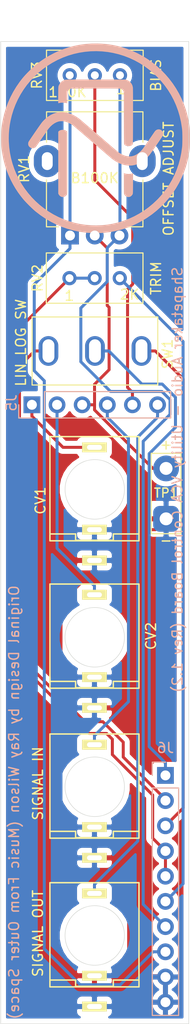
<source format=kicad_pcb>
(kicad_pcb (version 20171130) (host pcbnew "(5.1.5-0-10_14)")

  (general
    (thickness 1.6)
    (drawings 15)
    (tracks 121)
    (zones 0)
    (modules 12)
    (nets 15)
  )

  (page A4)
  (title_block
    (title VCA)
    (date 2020-08-20)
    (rev 1.1)
    (company Shapetaker)
  )

  (layers
    (0 F.Cu mixed)
    (31 B.Cu mixed)
    (32 B.Adhes user)
    (33 F.Adhes user)
    (34 B.Paste user)
    (35 F.Paste user)
    (36 B.SilkS user)
    (37 F.SilkS user)
    (38 B.Mask user)
    (39 F.Mask user)
    (40 Dwgs.User user)
    (41 Cmts.User user)
    (42 Eco1.User user)
    (43 Eco2.User user)
    (44 Edge.Cuts user)
    (45 Margin user)
    (46 B.CrtYd user)
    (47 F.CrtYd user)
    (48 B.Fab user)
    (49 F.Fab user)
  )

  (setup
    (last_trace_width 0.3)
    (trace_clearance 0.25)
    (zone_clearance 0.508)
    (zone_45_only no)
    (trace_min 0.2)
    (via_size 1)
    (via_drill 0.6)
    (via_min_size 0.4)
    (via_min_drill 0.3)
    (uvia_size 0.3)
    (uvia_drill 0.1)
    (uvias_allowed no)
    (uvia_min_size 0.2)
    (uvia_min_drill 0.1)
    (edge_width 0.05)
    (segment_width 0.2)
    (pcb_text_width 0.3)
    (pcb_text_size 1.5 1.5)
    (mod_edge_width 0.12)
    (mod_text_size 1 1)
    (mod_text_width 0.15)
    (pad_size 1.524 1.524)
    (pad_drill 0.762)
    (pad_to_mask_clearance 0.051)
    (solder_mask_min_width 0.25)
    (aux_axis_origin 0 0)
    (grid_origin 92.964 60.833)
    (visible_elements FFFFFF7F)
    (pcbplotparams
      (layerselection 0x3d0fc_ffffffff)
      (usegerberextensions true)
      (usegerberattributes false)
      (usegerberadvancedattributes false)
      (creategerberjobfile false)
      (excludeedgelayer true)
      (linewidth 0.100000)
      (plotframeref false)
      (viasonmask false)
      (mode 1)
      (useauxorigin false)
      (hpglpennumber 1)
      (hpglpenspeed 20)
      (hpglpendiameter 15.000000)
      (psnegative false)
      (psa4output false)
      (plotreference true)
      (plotvalue true)
      (plotinvisibletext false)
      (padsonsilk false)
      (subtractmaskfromsilk false)
      (outputformat 1)
      (mirror false)
      (drillshape 0)
      (scaleselection 1)
      (outputdirectory "../Gerbers/"))
  )

  (net 0 "")
  (net 1 GND)
  (net 2 /SIGNAL_OUT)
  (net 3 /CV1)
  (net 4 /CV2)
  (net 5 /SIGNAL_IN)
  (net 6 /OFFSET_ADJ)
  (net 7 /BIAS)
  (net 8 /LOG_LIN_SW_1)
  (net 9 /LOG_LIN_SW_2)
  (net 10 /LOG_LIN_SW_3)
  (net 11 /TRIM_1)
  (net 12 /TRIM_3)
  (net 13 +12V)
  (net 14 -12V)

  (net_class Default "This is the default net class."
    (clearance 0.25)
    (trace_width 0.3)
    (via_dia 1)
    (via_drill 0.6)
    (uvia_dia 0.3)
    (uvia_drill 0.1)
    (add_net +12V)
    (add_net -12V)
    (add_net /BIAS)
    (add_net /CV1)
    (add_net /CV2)
    (add_net /LOG_LIN_SW_1)
    (add_net /LOG_LIN_SW_2)
    (add_net /LOG_LIN_SW_3)
    (add_net /OFFSET_ADJ)
    (add_net /SIGNAL_IN)
    (add_net /SIGNAL_OUT)
    (add_net /TRIM_1)
    (add_net /TRIM_3)
    (add_net GND)
  )

  (module Custom_Graphics:Shape_Taker_Logo_1300_DPI (layer B.Cu) (tedit 0) (tstamp 5EC4952D)
    (at 85.598 63.754 180)
    (fp_text reference G*** (at 0 0) (layer B.SilkS) hide
      (effects (font (size 1.524 1.524) (thickness 0.3)) (justify mirror))
    )
    (fp_text value LOGO (at 0.75 0) (layer B.SilkS) hide
      (effects (font (size 1.524 1.524) (thickness 0.3)) (justify mirror))
    )
    (fp_poly (pts (xy 2.067141 5.917697) (xy 2.249454 5.917284) (xy 2.407783 5.916635) (xy 2.544014 5.915729)
      (xy 2.660034 5.914546) (xy 2.75773 5.913067) (xy 2.838988 5.91127) (xy 2.905696 5.909137)
      (xy 2.959738 5.906648) (xy 3.003003 5.903781) (xy 3.037376 5.900518) (xy 3.064745 5.896838)
      (xy 3.086995 5.892721) (xy 3.106014 5.888148) (xy 3.123688 5.883099) (xy 3.126965 5.88211)
      (xy 3.302777 5.809221) (xy 3.456354 5.704875) (xy 3.585533 5.571141) (xy 3.688152 5.410089)
      (xy 3.737323 5.297873) (xy 3.747406 5.269068) (xy 3.755754 5.239188) (xy 3.762574 5.204271)
      (xy 3.76807 5.160355) (xy 3.772448 5.103478) (xy 3.775916 5.029678) (xy 3.778677 4.934991)
      (xy 3.780939 4.815457) (xy 3.782907 4.667112) (xy 3.784786 4.485994) (xy 3.785939 4.361961)
      (xy 3.787599 4.130348) (xy 3.788012 3.937395) (xy 3.787172 3.782706) (xy 3.785075 3.665884)
      (xy 3.781713 3.586531) (xy 3.77708 3.544251) (xy 3.773364 3.536461) (xy 3.744756 3.541099)
      (xy 3.691374 3.553105) (xy 3.640772 3.565769) (xy 3.543455 3.582828) (xy 3.421779 3.592066)
      (xy 3.289677 3.593475) (xy 3.161076 3.587046) (xy 3.049908 3.57277) (xy 3.018693 3.56616)
      (xy 2.95489 3.551144) (xy 2.907086 3.540616) (xy 2.887879 3.537157) (xy 2.884271 3.555716)
      (xy 2.880627 3.608564) (xy 2.877107 3.690911) (xy 2.873874 3.797971) (xy 2.871088 3.924954)
      (xy 2.868911 4.067074) (xy 2.86834 4.11773) (xy 2.866504 4.28451) (xy 2.864569 4.416938)
      (xy 2.862189 4.519738) (xy 2.859019 4.597635) (xy 2.854715 4.655352) (xy 2.848932 4.697614)
      (xy 2.841326 4.729145) (xy 2.831551 4.754669) (xy 2.820213 4.777154) (xy 2.742268 4.886307)
      (xy 2.643918 4.966084) (xy 2.594359 4.99104) (xy 2.580498 4.995491) (xy 2.560009 4.999491)
      (xy 2.530893 5.003064) (xy 2.491149 5.006233) (xy 2.438778 5.009022) (xy 2.371781 5.011454)
      (xy 2.288159 5.013554) (xy 2.185913 5.015343) (xy 2.063042 5.016846) (xy 1.917548 5.018087)
      (xy 1.747431 5.019088) (xy 1.550692 5.019873) (xy 1.325332 5.020466) (xy 1.069351 5.02089)
      (xy 0.780749 5.021168) (xy 0.457529 5.021324) (xy 0.097689 5.021382) (xy 0.009769 5.021384)
      (xy -0.358752 5.021346) (xy -0.690197 5.021214) (xy -0.986563 5.020965) (xy -1.24985 5.020577)
      (xy -1.482058 5.020025) (xy -1.685186 5.019286) (xy -1.861233 5.018337) (xy -2.012199 5.017153)
      (xy -2.140083 5.015712) (xy -2.246884 5.013991) (xy -2.334602 5.011965) (xy -2.405235 5.009611)
      (xy -2.460784 5.006906) (xy -2.503248 5.003826) (xy -2.534626 5.000347) (xy -2.556917 4.996447)
      (xy -2.572122 4.992102) (xy -2.57482 4.99104) (xy -2.680534 4.926266) (xy -2.768384 4.829709)
      (xy -2.800674 4.777154) (xy -2.842846 4.699) (xy -2.852615 2.060441) (xy -2.85402 1.685718)
      (xy -2.855341 1.348094) (xy -2.856611 1.045592) (xy -2.857863 0.776234) (xy -2.859132 0.538044)
      (xy -2.860449 0.329043) (xy -2.86185 0.147255) (xy -2.863368 -0.009298) (xy -2.865035 -0.142594)
      (xy -2.866887 -0.25461) (xy -2.868955 -0.347323) (xy -2.871273 -0.42271) (xy -2.873876 -0.48275)
      (xy -2.876796 -0.529419) (xy -2.880067 -0.564694) (xy -2.883722 -0.590555) (xy -2.887795 -0.608976)
      (xy -2.89232 -0.621937) (xy -2.89733 -0.631414) (xy -2.898232 -0.63282) (xy -2.956399 -0.690325)
      (xy -3.043272 -0.737233) (xy -3.149371 -0.771257) (xy -3.26522 -0.79011) (xy -3.381339 -0.791503)
      (xy -3.484343 -0.774272) (xy -3.598473 -0.727955) (xy -3.68714 -0.658019) (xy -3.720869 -0.617711)
      (xy -3.726453 -0.609867) (xy -3.731499 -0.600751) (xy -3.736039 -0.588428) (xy -3.740106 -0.570968)
      (xy -3.74373 -0.546437) (xy -3.746942 -0.512903) (xy -3.749776 -0.468433) (xy -3.75226 -0.411095)
      (xy -3.754429 -0.338957) (xy -3.756312 -0.250085) (xy -3.757941 -0.142547) (xy -3.759347 -0.014412)
      (xy -3.760563 0.136254) (xy -3.76162 0.311384) (xy -3.762549 0.512909) (xy -3.763381 0.742762)
      (xy -3.764149 1.002876) (xy -3.764882 1.295183) (xy -3.765614 1.621616) (xy -3.766376 1.984107)
      (xy -3.766828 2.20439) (xy -3.767593 2.651575) (xy -3.767982 3.062745) (xy -3.767996 3.437613)
      (xy -3.767637 3.775895) (xy -3.766906 4.077307) (xy -3.765805 4.341564) (xy -3.764335 4.568382)
      (xy -3.762497 4.757475) (xy -3.760292 4.90856) (xy -3.757723 5.021351) (xy -3.754791 5.095564)
      (xy -3.752365 5.125654) (xy -3.709339 5.310488) (xy -3.632302 5.477359) (xy -3.523192 5.623628)
      (xy -3.383946 5.746658) (xy -3.229873 5.837536) (xy -3.077307 5.910384) (xy -0.039077 5.915627)
      (xy 0.363949 5.916314) (xy 0.729785 5.916903) (xy 1.060317 5.917376) (xy 1.357432 5.917712)
      (xy 1.623017 5.91789) (xy 1.858958 5.917892) (xy 2.067141 5.917697)) (layer B.SilkS) (width 0.01))
    (fp_poly (pts (xy 3.619565 2.62884) (xy 3.812536 2.60811) (xy 3.983216 2.574738) (xy 3.99159 2.572569)
      (xy 4.271016 2.479329) (xy 4.544013 2.348823) (xy 4.808178 2.182656) (xy 5.061113 1.98243)
      (xy 5.300415 1.749749) (xy 5.41293 1.623242) (xy 5.448585 1.578062) (xy 5.502872 1.505082)
      (xy 5.5732 1.408057) (xy 5.656976 1.290743) (xy 5.751606 1.156894) (xy 5.854499 1.010267)
      (xy 5.96306 0.854616) (xy 6.074698 0.693697) (xy 6.18682 0.531264) (xy 6.296833 0.371073)
      (xy 6.402144 0.216879) (xy 6.50016 0.072438) (xy 6.588289 -0.058496) (xy 6.663937 -0.172167)
      (xy 6.724513 -0.264819) (xy 6.767423 -0.332699) (xy 6.788735 -0.36939) (xy 6.813428 -0.447008)
      (xy 6.822857 -0.54353) (xy 6.816703 -0.641753) (xy 6.795313 -0.722923) (xy 6.729561 -0.832668)
      (xy 6.640756 -0.916368) (xy 6.535507 -0.972682) (xy 6.420423 -1.000268) (xy 6.302112 -0.997785)
      (xy 6.187185 -0.963893) (xy 6.08225 -0.897249) (xy 6.055974 -0.872953) (xy 6.035488 -0.847403)
      (xy 5.995408 -0.792791) (xy 5.938039 -0.712418) (xy 5.865691 -0.609581) (xy 5.780671 -0.487583)
      (xy 5.685285 -0.349722) (xy 5.581842 -0.199298) (xy 5.47265 -0.039611) (xy 5.450538 -0.007166)
      (xy 5.337664 0.158094) (xy 5.227784 0.318117) (xy 5.123564 0.469074) (xy 5.027674 0.607139)
      (xy 4.942781 0.728482) (xy 4.871555 0.829277) (xy 4.816663 0.905696) (xy 4.780774 0.953912)
      (xy 4.778651 0.95663) (xy 4.589876 1.172902) (xy 4.389784 1.356434) (xy 4.180573 1.50565)
      (xy 3.964444 1.618974) (xy 3.751385 1.692823) (xy 3.608309 1.717725) (xy 3.444446 1.72592)
      (xy 3.274231 1.717622) (xy 3.1121 1.693048) (xy 3.067539 1.682623) (xy 2.941375 1.642305)
      (xy 2.796231 1.58292) (xy 2.643481 1.510007) (xy 2.494501 1.429106) (xy 2.360665 1.345758)
      (xy 2.325077 1.321039) (xy 2.291892 1.295139) (xy 2.231099 1.245351) (xy 2.144654 1.173338)
      (xy 2.034514 1.080766) (xy 1.902634 0.969298) (xy 1.75097 0.840599) (xy 1.581478 0.696335)
      (xy 1.396115 0.538169) (xy 1.196835 0.367766) (xy 0.985596 0.186792) (xy 0.764353 -0.00309)
      (xy 0.535061 -0.200215) (xy 0.321161 -0.384403) (xy 0.086845 -0.58624) (xy -0.14076 -0.782131)
      (xy -0.359738 -0.970433) (xy -0.568171 -1.149505) (xy -0.764142 -1.317706) (xy -0.945734 -1.473393)
      (xy -1.111029 -1.614925) (xy -1.258109 -1.74066) (xy -1.385059 -1.848956) (xy -1.489959 -1.938172)
      (xy -1.570894 -2.006665) (xy -1.625945 -2.052794) (xy -1.652224 -2.074177) (xy -1.942316 -2.276606)
      (xy -2.241487 -2.445561) (xy -2.546318 -2.579413) (xy -2.853389 -2.676528) (xy -2.971754 -2.703833)
      (xy -3.096268 -2.723473) (xy -3.243872 -2.737331) (xy -3.399561 -2.744722) (xy -3.54833 -2.74496)
      (xy -3.675172 -2.737358) (xy -3.683863 -2.736398) (xy -3.962465 -2.684819) (xy -4.23707 -2.595334)
      (xy -4.505863 -2.46905) (xy -4.767028 -2.307077) (xy -5.018752 -2.110524) (xy -5.259218 -1.8805)
      (xy -5.460295 -1.651) (xy -5.495651 -1.604783) (xy -5.54935 -1.531255) (xy -5.618771 -1.43422)
      (xy -5.701297 -1.317485) (xy -5.794307 -1.184854) (xy -5.895183 -1.040135) (xy -6.001305 -0.887131)
      (xy -6.110054 -0.72965) (xy -6.218811 -0.571495) (xy -6.324956 -0.416473) (xy -6.425871 -0.26839)
      (xy -6.518936 -0.13105) (xy -6.601532 -0.00826) (xy -6.671039 0.096176) (xy -6.724838 0.178451)
      (xy -6.760311 0.234759) (xy -6.771444 0.254) (xy -6.799155 0.337936) (xy -6.808495 0.450917)
      (xy -6.805865 0.530111) (xy -6.793793 0.588921) (xy -6.767475 0.645762) (xy -6.750022 0.675092)
      (xy -6.666281 0.777382) (xy -6.564813 0.848552) (xy -6.451791 0.888397) (xy -6.33339 0.89671)
      (xy -6.215784 0.873287) (xy -6.105147 0.817922) (xy -6.007653 0.730409) (xy -5.983904 0.700595)
      (xy -5.956891 0.662761) (xy -5.910592 0.596399) (xy -5.847636 0.505335) (xy -5.770649 0.393393)
      (xy -5.68226 0.264402) (xy -5.585096 0.122186) (xy -5.481784 -0.029428) (xy -5.402162 -0.146539)
      (xy -5.260501 -0.354717) (xy -5.13817 -0.533446) (xy -5.032853 -0.685811) (xy -4.942235 -0.814896)
      (xy -4.863999 -0.923787) (xy -4.79583 -1.015567) (xy -4.735413 -1.093322) (xy -4.680431 -1.160137)
      (xy -4.628568 -1.219096) (xy -4.577509 -1.273284) (xy -4.524939 -1.325786) (xy -4.495831 -1.35383)
      (xy -4.290868 -1.527259) (xy -4.080114 -1.662078) (xy -3.863814 -1.758283) (xy -3.642212 -1.815873)
      (xy -3.415553 -1.834844) (xy -3.184084 -1.815194) (xy -2.948048 -1.756921) (xy -2.707691 -1.660021)
      (xy -2.463257 -1.524493) (xy -2.251024 -1.377835) (xy -2.219617 -1.352603) (xy -2.16058 -1.303529)
      (xy -2.075876 -1.232287) (xy -1.967469 -1.140554) (xy -1.837323 -1.030005) (xy -1.687401 -0.902316)
      (xy -1.519668 -0.759161) (xy -1.336086 -0.602218) (xy -1.13862 -0.433161) (xy -0.929233 -0.253666)
      (xy -0.70989 -0.065409) (xy -0.482553 0.129935) (xy -0.302846 0.284509) (xy -0.070745 0.484156)
      (xy 0.154817 0.678021) (xy 0.371881 0.864427) (xy 0.578488 1.0417) (xy 0.772679 1.208163)
      (xy 0.952496 1.362142) (xy 1.115979 1.501959) (xy 1.26117 1.625941) (xy 1.38611 1.732412)
      (xy 1.48884 1.819695) (xy 1.567402 1.886116) (xy 1.619836 1.929998) (xy 1.641231 1.947421)
      (xy 1.90869 2.138256) (xy 2.186907 2.302175) (xy 2.470416 2.436602) (xy 2.753753 2.538967)
      (xy 3.031449 2.606695) (xy 3.048 2.609633) (xy 3.223187 2.630156) (xy 3.418412 2.636373)
      (xy 3.619565 2.62884)) (layer B.SilkS) (width 0.01))
    (fp_poly (pts (xy 3.352506 0.846838) (xy 3.483018 0.832353) (xy 3.601164 0.796685) (xy 3.697125 0.743348)
      (xy 3.734809 0.709999) (xy 3.780693 0.661156) (xy 3.780693 -5.578231) (xy 3.738695 -5.656641)
      (xy 3.658319 -5.771229) (xy 3.559314 -5.85434) (xy 3.446347 -5.904297) (xy 3.324086 -5.919424)
      (xy 3.197197 -5.898045) (xy 3.134539 -5.873638) (xy 3.030415 -5.806778) (xy 2.948522 -5.717004)
      (xy 2.896717 -5.613196) (xy 2.892993 -5.600578) (xy 2.88985 -5.577251) (xy 2.887026 -5.530659)
      (xy 2.884516 -5.459648) (xy 2.882313 -5.363062) (xy 2.880411 -5.239747) (xy 2.878805 -5.088549)
      (xy 2.877489 -4.908313) (xy 2.876455 -4.697884) (xy 2.875699 -4.456108) (xy 2.875214 -4.181831)
      (xy 2.874994 -3.873897) (xy 2.875033 -3.531153) (xy 2.875326 -3.152443) (xy 2.875865 -2.736613)
      (xy 2.876382 -2.425418) (xy 2.881923 0.668779) (xy 2.955663 0.73252) (xy 3.057633 0.797371)
      (xy 3.183572 0.835281) (xy 3.336271 0.847054) (xy 3.352506 0.846838)) (layer B.SilkS) (width 0.01))
    (fp_poly (pts (xy -2.852724 -4.530662) (xy -2.853118 -4.749566) (xy -2.854215 -4.950646) (xy -2.85596 -5.130804)
      (xy -2.858296 -5.286942) (xy -2.861171 -5.415961) (xy -2.864528 -5.514762) (xy -2.868312 -5.580248)
      (xy -2.871861 -5.607539) (xy -2.919837 -5.711231) (xy -2.996929 -5.797474) (xy -3.095732 -5.86273)
      (xy -3.208844 -5.903459) (xy -3.328862 -5.916121) (xy -3.448383 -5.897176) (xy -3.465639 -5.89145)
      (xy -3.55455 -5.842984) (xy -3.639614 -5.766651) (xy -3.709526 -5.672943) (xy -3.718904 -5.656385)
      (xy -3.728253 -5.638239) (xy -3.736133 -5.619043) (xy -3.742693 -5.595431) (xy -3.748079 -5.564039)
      (xy -3.752439 -5.5215) (xy -3.75592 -5.464449) (xy -3.758669 -5.389522) (xy -3.760833 -5.293352)
      (xy -3.762561 -5.172576) (xy -3.763999 -5.023827) (xy -3.765294 -4.84374) (xy -3.766594 -4.62895)
      (xy -3.767006 -4.557346) (xy -3.76789 -4.361732) (xy -3.768259 -4.17842) (xy -3.768137 -4.011028)
      (xy -3.76755 -3.863176) (xy -3.766521 -3.738481) (xy -3.765075 -3.640563) (xy -3.763238 -3.57304)
      (xy -3.761033 -3.539531) (xy -3.760057 -3.536462) (xy -3.735842 -3.541186) (xy -3.685413 -3.553501)
      (xy -3.627205 -3.568742) (xy -3.502824 -3.591232) (xy -3.357421 -3.600401) (xy -3.206639 -3.596441)
      (xy -3.066123 -3.579545) (xy -2.9845 -3.560791) (xy -2.852615 -3.522171) (xy -2.852724 -4.530662)) (layer B.SilkS) (width 0.01))
    (fp_poly (pts (xy 0.410372 9.543613) (xy 1.014313 9.501765) (xy 1.607582 9.422491) (xy 2.191093 9.30559)
      (xy 2.76576 9.150861) (xy 3.332496 8.958104) (xy 3.892213 8.727117) (xy 4.210539 8.577251)
      (xy 4.693233 8.324059) (xy 5.147796 8.052567) (xy 5.580201 7.75849) (xy 5.996423 7.437539)
      (xy 6.402433 7.085427) (xy 6.741859 6.760543) (xy 6.938012 6.561678) (xy 7.1105 6.379516)
      (xy 7.266122 6.206284) (xy 7.411681 6.034215) (xy 7.553975 5.855537) (xy 7.682617 5.685692)
      (xy 8.024459 5.193245) (xy 8.334877 4.679954) (xy 8.612712 4.148523) (xy 8.856806 3.601658)
      (xy 9.065999 3.042062) (xy 9.239131 2.472441) (xy 9.375044 1.895498) (xy 9.426798 1.616311)
      (xy 9.455639 1.442154) (xy 9.479402 1.288391) (xy 9.498569 1.148411) (xy 9.513619 1.015606)
      (xy 9.525034 0.883367) (xy 9.533295 0.745085) (xy 9.538883 0.594151) (xy 9.542278 0.423958)
      (xy 9.543961 0.227894) (xy 9.544414 0) (xy 9.544083 -0.213097) (xy 9.542974 -0.392296)
      (xy 9.540915 -0.542773) (xy 9.537731 -0.669701) (xy 9.53325 -0.778256) (xy 9.527299 -0.873612)
      (xy 9.519704 -0.960943) (xy 9.510292 -1.045426) (xy 9.5091 -1.055077) (xy 9.424495 -1.623144)
      (xy 9.314939 -2.165222) (xy 9.178873 -2.686624) (xy 9.014737 -3.192665) (xy 8.820971 -3.688658)
      (xy 8.596015 -4.179916) (xy 8.58574 -4.20077) (xy 8.355691 -4.641345) (xy 8.113186 -5.054998)
      (xy 7.851571 -5.451974) (xy 7.564195 -5.842517) (xy 7.329651 -6.135077) (xy 7.233449 -6.246302)
      (xy 7.113591 -6.377155) (xy 6.976016 -6.521748) (xy 6.826664 -6.674193) (xy 6.671473 -6.8286)
      (xy 6.516383 -6.97908) (xy 6.367333 -7.119746) (xy 6.230261 -7.244707) (xy 6.111106 -7.348075)
      (xy 6.082093 -7.372078) (xy 5.588281 -7.75073) (xy 5.07745 -8.09446) (xy 4.550446 -8.40293)
      (xy 4.008115 -8.6758) (xy 3.451304 -8.912731) (xy 2.880861 -9.113387) (xy 2.297631 -9.277428)
      (xy 1.702462 -9.404515) (xy 1.0962 -9.49431) (xy 0.674077 -9.534187) (xy 0.584084 -9.539197)
      (xy 0.467186 -9.543382) (xy 0.330659 -9.546698) (xy 0.181781 -9.549101) (xy 0.027829 -9.550548)
      (xy -0.12392 -9.550995) (xy -0.266189 -9.550399) (xy -0.3917 -9.548716) (xy -0.493176 -9.545902)
      (xy -0.563341 -9.541914) (xy -0.566615 -9.541616) (xy -0.612672 -9.537474) (xy -0.687296 -9.530975)
      (xy -0.780113 -9.523016) (xy -0.87923 -9.514621) (xy -1.44102 -9.4483) (xy -2.004026 -9.344429)
      (xy -2.564696 -9.204242) (xy -3.119481 -9.028975) (xy -3.664831 -8.819864) (xy -4.197197 -8.578142)
      (xy -4.713027 -8.305046) (xy -5.187461 -8.01575) (xy -5.686259 -7.667708) (xy -6.159659 -7.291245)
      (xy -6.606621 -6.887907) (xy -7.02611 -6.459243) (xy -7.417088 -6.006801) (xy -7.778516 -5.532128)
      (xy -8.109358 -5.036774) (xy -8.408575 -4.522285) (xy -8.675131 -3.99021) (xy -8.907986 -3.442096)
      (xy -9.106105 -2.879492) (xy -9.268449 -2.303946) (xy -9.388209 -1.748693) (xy -9.419846 -1.573942)
      (xy -9.44622 -1.420011) (xy -9.467803 -1.280844) (xy -9.48507 -1.150388) (xy -9.498493 -1.022589)
      (xy -9.508544 -0.891392) (xy -9.515696 -0.750744) (xy -9.520423 -0.59459) (xy -9.523196 -0.416875)
      (xy -9.524489 -0.211547) (xy -9.524661 -0.085529) (xy -8.762777 -0.085529) (xy -8.761228 -0.274756)
      (xy -8.758038 -0.453832) (xy -8.753208 -0.615728) (xy -8.746738 -0.753418) (xy -8.738628 -0.859873)
      (xy -8.737627 -0.869462) (xy -8.654527 -1.462409) (xy -8.535274 -2.041723) (xy -8.380318 -2.606451)
      (xy -8.190111 -3.155639) (xy -7.965107 -3.688333) (xy -7.705756 -4.20358) (xy -7.412511 -4.700427)
      (xy -7.085825 -5.177919) (xy -6.726148 -5.635103) (xy -6.333934 -6.071025) (xy -6.213264 -6.194238)
      (xy -5.78869 -6.59272) (xy -5.342061 -6.960312) (xy -4.875153 -7.296325) (xy -4.389746 -7.600071)
      (xy -3.887618 -7.870861) (xy -3.370547 -8.108009) (xy -2.840312 -8.310825) (xy -2.29869 -8.478622)
      (xy -1.74746 -8.610711) (xy -1.1884 -8.706404) (xy -0.62329 -8.765013) (xy -0.053906 -8.78585)
      (xy 0.449385 -8.772389) (xy 1.019542 -8.723876) (xy 1.570304 -8.643487) (xy 2.106199 -8.530245)
      (xy 2.631758 -8.383172) (xy 3.151511 -8.201288) (xy 3.223846 -8.173079) (xy 3.756708 -7.942163)
      (xy 4.268586 -7.679212) (xy 4.758478 -7.385699) (xy 5.22538 -7.063097) (xy 5.66829 -6.712877)
      (xy 6.086205 -6.336512) (xy 6.478121 -5.935474) (xy 6.843035 -5.511235) (xy 7.179946 -5.065268)
      (xy 7.487848 -4.599044) (xy 7.765741 -4.114036) (xy 8.012619 -3.611715) (xy 8.227482 -3.093555)
      (xy 8.409325 -2.561027) (xy 8.557145 -2.015604) (xy 8.66994 -1.458757) (xy 8.746707 -0.891959)
      (xy 8.786442 -0.316682) (xy 8.792149 0) (xy 8.78079 0.455219) (xy 8.745833 0.901471)
      (xy 8.68596 1.351783) (xy 8.616207 1.738923) (xy 8.484092 2.301309) (xy 8.315832 2.850559)
      (xy 8.112581 3.385182) (xy 7.875494 3.903687) (xy 7.605727 4.404584) (xy 7.304435 4.886381)
      (xy 6.972773 5.347588) (xy 6.611897 5.786714) (xy 6.222962 6.202268) (xy 5.807123 6.59276)
      (xy 5.365535 6.956698) (xy 4.899354 7.292593) (xy 4.409735 7.598953) (xy 3.897834 7.874287)
      (xy 3.839308 7.903057) (xy 3.308569 8.13998) (xy 2.765506 8.340247) (xy 2.211938 8.503629)
      (xy 1.649683 8.629896) (xy 1.08056 8.71882) (xy 0.506388 8.770172) (xy -0.071014 8.783723)
      (xy -0.649828 8.759245) (xy -1.228234 8.696508) (xy -1.750682 8.606386) (xy -2.318663 8.471122)
      (xy -2.87319 8.29941) (xy -3.413006 8.09193) (xy -3.936849 7.849359) (xy -4.44346 7.572376)
      (xy -4.93158 7.261659) (xy -5.399948 6.917888) (xy -5.847305 6.541739) (xy -6.19395 6.213239)
      (xy -6.599344 5.781223) (xy -6.971639 5.328625) (xy -7.310477 4.856201) (xy -7.615501 4.364703)
      (xy -7.88635 3.854885) (xy -8.122666 3.327502) (xy -8.324091 2.783305) (xy -8.490265 2.22305)
      (xy -8.620831 1.64749) (xy -8.715428 1.057378) (xy -8.737627 0.869461) (xy -8.745919 0.766908)
      (xy -8.752571 0.632339) (xy -8.757583 0.472783) (xy -8.760954 0.295268) (xy -8.762686 0.106822)
      (xy -8.762777 -0.085529) (xy -9.524661 -0.085529) (xy -9.524779 0) (xy -9.524412 0.234751)
      (xy -9.522996 0.436491) (xy -9.520059 0.611282) (xy -9.515127 0.765186) (xy -9.507728 0.904265)
      (xy -9.497388 1.03458) (xy -9.483635 1.162193) (xy -9.465997 1.293167) (xy -9.443999 1.433563)
      (xy -9.41717 1.589443) (xy -9.388372 1.748692) (xy -9.26171 2.332881) (xy -9.098923 2.904251)
      (xy -8.901242 3.461449) (xy -8.669897 4.003122) (xy -8.406121 4.527918) (xy -8.111144 5.034483)
      (xy -7.786198 5.521465) (xy -7.432514 5.987511) (xy -7.051324 6.431267) (xy -6.643858 6.851382)
      (xy -6.211348 7.246502) (xy -5.755025 7.615273) (xy -5.27612 7.956345) (xy -4.775865 8.268362)
      (xy -4.255491 8.549974) (xy -3.716229 8.799826) (xy -3.159311 9.016566) (xy -2.615576 9.190403)
      (xy -2.118448 9.318806) (xy -1.622598 9.417778) (xy -1.119587 9.488571) (xy -0.600977 9.532438)
      (xy -0.205154 9.548236) (xy 0.410372 9.543613)) (layer B.SilkS) (width 0.01))
  )

  (module Connector_PinSocket_2.54mm:PinSocket_1x06_P2.54mm_Vertical (layer B.Cu) (tedit 5A19A430) (tstamp 5EC4323B)
    (at 79.15 90.6145 270)
    (descr "Through hole straight socket strip, 1x06, 2.54mm pitch, single row (from Kicad 4.0.7), script generated")
    (tags "Through hole socket strip THT 1x06 2.54mm single row")
    (path /5EC3CF4B)
    (fp_text reference J5 (at -0.1905 2.061 270) (layer B.SilkS)
      (effects (font (size 1 1) (thickness 0.15)) (justify mirror))
    )
    (fp_text value CONN_1 (at 0 -14.7665 270) (layer B.Fab)
      (effects (font (size 1 1) (thickness 0.15)) (justify mirror))
    )
    (fp_line (start -1.27 1.27) (end 0.635 1.27) (layer B.Fab) (width 0.1))
    (fp_line (start 0.635 1.27) (end 1.27 0.635) (layer B.Fab) (width 0.1))
    (fp_line (start 1.27 0.635) (end 1.27 -13.97) (layer B.Fab) (width 0.1))
    (fp_line (start 1.27 -13.97) (end -1.27 -13.97) (layer B.Fab) (width 0.1))
    (fp_line (start -1.27 -13.97) (end -1.27 1.27) (layer B.Fab) (width 0.1))
    (fp_line (start -1.33 -1.27) (end 1.33 -1.27) (layer B.SilkS) (width 0.12))
    (fp_line (start -1.33 -1.27) (end -1.33 -14.03) (layer B.SilkS) (width 0.12))
    (fp_line (start -1.33 -14.03) (end 1.33 -14.03) (layer B.SilkS) (width 0.12))
    (fp_line (start 1.33 -1.27) (end 1.33 -14.03) (layer B.SilkS) (width 0.12))
    (fp_line (start 1.33 1.33) (end 1.33 0) (layer B.SilkS) (width 0.12))
    (fp_line (start 0 1.33) (end 1.33 1.33) (layer B.SilkS) (width 0.12))
    (fp_line (start -1.8 1.8) (end 1.75 1.8) (layer B.CrtYd) (width 0.05))
    (fp_line (start 1.75 1.8) (end 1.75 -14.45) (layer B.CrtYd) (width 0.05))
    (fp_line (start 1.75 -14.45) (end -1.8 -14.45) (layer B.CrtYd) (width 0.05))
    (fp_line (start -1.8 -14.45) (end -1.8 1.8) (layer B.CrtYd) (width 0.05))
    (fp_text user %R (at 0 -6.35) (layer B.Fab)
      (effects (font (size 1 1) (thickness 0.15)) (justify mirror))
    )
    (pad 1 thru_hole rect (at 0 0 270) (size 1.7 1.7) (drill 1) (layers *.Cu *.Mask)
      (net 3 /CV1))
    (pad 2 thru_hole oval (at 0 -2.54 270) (size 1.7 1.7) (drill 1) (layers *.Cu *.Mask)
      (net 4 /CV2))
    (pad 3 thru_hole oval (at 0 -5.08 270) (size 1.7 1.7) (drill 1) (layers *.Cu *.Mask)
      (net 6 /OFFSET_ADJ))
    (pad 4 thru_hole oval (at 0 -7.62 270) (size 1.7 1.7) (drill 1) (layers *.Cu *.Mask)
      (net 5 /SIGNAL_IN))
    (pad 5 thru_hole oval (at 0 -10.16 270) (size 1.7 1.7) (drill 1) (layers *.Cu *.Mask)
      (net 7 /BIAS))
    (pad 6 thru_hole oval (at 0 -12.7 270) (size 1.7 1.7) (drill 1) (layers *.Cu *.Mask)
      (net 2 /SIGNAL_OUT))
    (model ${KISYS3DMOD}/Connector_PinSocket_2.54mm.3dshapes/PinSocket_1x06_P2.54mm_Vertical.wrl
      (at (xyz 0 0 0))
      (scale (xyz 1 1 1))
      (rotate (xyz 0 0 0))
    )
  )

  (module Connector_PinSocket_2.54mm:PinSocket_1x10_P2.54mm_Vertical (layer B.Cu) (tedit 5A19A425) (tstamp 5EC42D21)
    (at 92.6465 127.965 180)
    (descr "Through hole straight socket strip, 1x10, 2.54mm pitch, single row (from Kicad 4.0.7), script generated")
    (tags "Through hole socket strip THT 1x10 2.54mm single row")
    (path /5EC3A6DE)
    (fp_text reference J6 (at 0 2.77) (layer B.SilkS)
      (effects (font (size 1 1) (thickness 0.15)) (justify mirror))
    )
    (fp_text value CONN_2 (at 2.667 -21.4505 90) (layer B.Fab)
      (effects (font (size 1 1) (thickness 0.15)) (justify mirror))
    )
    (fp_line (start -1.27 1.27) (end 0.635 1.27) (layer B.Fab) (width 0.1))
    (fp_line (start 0.635 1.27) (end 1.27 0.635) (layer B.Fab) (width 0.1))
    (fp_line (start 1.27 0.635) (end 1.27 -24.13) (layer B.Fab) (width 0.1))
    (fp_line (start 1.27 -24.13) (end -1.27 -24.13) (layer B.Fab) (width 0.1))
    (fp_line (start -1.27 -24.13) (end -1.27 1.27) (layer B.Fab) (width 0.1))
    (fp_line (start -1.33 -1.27) (end 1.33 -1.27) (layer B.SilkS) (width 0.12))
    (fp_line (start -1.33 -1.27) (end -1.33 -24.19) (layer B.SilkS) (width 0.12))
    (fp_line (start -1.33 -24.19) (end 1.33 -24.19) (layer B.SilkS) (width 0.12))
    (fp_line (start 1.33 -1.27) (end 1.33 -24.19) (layer B.SilkS) (width 0.12))
    (fp_line (start 1.33 1.33) (end 1.33 0) (layer B.SilkS) (width 0.12))
    (fp_line (start 0 1.33) (end 1.33 1.33) (layer B.SilkS) (width 0.12))
    (fp_line (start -1.8 1.8) (end 1.75 1.8) (layer B.CrtYd) (width 0.05))
    (fp_line (start 1.75 1.8) (end 1.75 -24.6) (layer B.CrtYd) (width 0.05))
    (fp_line (start 1.75 -24.6) (end -1.8 -24.6) (layer B.CrtYd) (width 0.05))
    (fp_line (start -1.8 -24.6) (end -1.8 1.8) (layer B.CrtYd) (width 0.05))
    (fp_text user %R (at 0 -11.43 270) (layer B.Fab)
      (effects (font (size 1 1) (thickness 0.15)) (justify mirror))
    )
    (pad 1 thru_hole rect (at 0 0 180) (size 1.7 1.7) (drill 1) (layers *.Cu *.Mask)
      (net 8 /LOG_LIN_SW_1))
    (pad 2 thru_hole oval (at 0 -2.54 180) (size 1.7 1.7) (drill 1) (layers *.Cu *.Mask)
      (net 9 /LOG_LIN_SW_2))
    (pad 3 thru_hole oval (at 0 -5.08 180) (size 1.7 1.7) (drill 1) (layers *.Cu *.Mask)
      (net 10 /LOG_LIN_SW_3))
    (pad 4 thru_hole oval (at 0 -7.62 180) (size 1.7 1.7) (drill 1) (layers *.Cu *.Mask)
      (net 11 /TRIM_1))
    (pad 5 thru_hole oval (at 0 -10.16 180) (size 1.7 1.7) (drill 1) (layers *.Cu *.Mask)
      (net 11 /TRIM_1))
    (pad 6 thru_hole oval (at 0 -12.7 180) (size 1.7 1.7) (drill 1) (layers *.Cu *.Mask)
      (net 12 /TRIM_3))
    (pad 7 thru_hole oval (at 0 -15.24 180) (size 1.7 1.7) (drill 1) (layers *.Cu *.Mask)
      (net 13 +12V))
    (pad 8 thru_hole oval (at 0 -17.78 180) (size 1.7 1.7) (drill 1) (layers *.Cu *.Mask)
      (net 14 -12V))
    (pad 9 thru_hole oval (at 0 -20.32 180) (size 1.7 1.7) (drill 1) (layers *.Cu *.Mask)
      (net 1 GND))
    (pad 10 thru_hole oval (at 0 -22.86 180) (size 1.7 1.7) (drill 1) (layers *.Cu *.Mask)
      (net 1 GND))
    (model ${KISYS3DMOD}/Connector_PinSocket_2.54mm.3dshapes/PinSocket_1x10_P2.54mm_Vertical.wrl
      (at (xyz 0 0 0))
      (scale (xyz 1 1 1))
      (rotate (xyz 0 0 0))
    )
  )

  (module Potentiometer_THT:Potentiometer_Bourns_3296W_Vertical (layer F.Cu) (tedit 5A3D4994) (tstamp 5EC42D54)
    (at 82.95 77.851 180)
    (descr "Potentiometer, vertical, Bourns 3296W, https://www.bourns.com/pdfs/3296.pdf")
    (tags "Potentiometer vertical Bourns 3296W")
    (path /5EC4EF9D)
    (fp_text reference RV2 (at 3.2385 0 90) (layer F.SilkS)
      (effects (font (size 1 1) (thickness 0.15)))
    )
    (fp_text value TRIM (at -8.744 0 90) (layer F.SilkS)
      (effects (font (size 1 1) (thickness 0.15)))
    )
    (fp_text user 2K (at -6.077 -1.651) (layer F.SilkS)
      (effects (font (size 1 1) (thickness 0.15)))
    )
    (fp_line (start 2.5 -2.7) (end -7.6 -2.7) (layer F.CrtYd) (width 0.05))
    (fp_line (start 2.5 2.7) (end 2.5 -2.7) (layer F.CrtYd) (width 0.05))
    (fp_line (start -7.6 2.7) (end 2.5 2.7) (layer F.CrtYd) (width 0.05))
    (fp_line (start -7.6 -2.7) (end -7.6 2.7) (layer F.CrtYd) (width 0.05))
    (fp_line (start 2.345 -2.53) (end 2.345 2.54) (layer F.SilkS) (width 0.12))
    (fp_line (start -7.425 -2.53) (end -7.425 2.54) (layer F.SilkS) (width 0.12))
    (fp_line (start -7.425 2.54) (end 2.345 2.54) (layer F.SilkS) (width 0.12))
    (fp_line (start -7.425 -2.53) (end 2.345 -2.53) (layer F.SilkS) (width 0.12))
    (fp_line (start 0.955 2.235) (end 0.956 0.066) (layer F.Fab) (width 0.1))
    (fp_line (start 0.955 2.235) (end 0.956 0.066) (layer F.Fab) (width 0.1))
    (fp_line (start 2.225 -2.41) (end -7.305 -2.41) (layer F.Fab) (width 0.1))
    (fp_line (start 2.225 2.42) (end 2.225 -2.41) (layer F.Fab) (width 0.1))
    (fp_line (start -7.305 2.42) (end 2.225 2.42) (layer F.Fab) (width 0.1))
    (fp_line (start -7.305 -2.41) (end -7.305 2.42) (layer F.Fab) (width 0.1))
    (fp_circle (center 0.955 1.15) (end 2.05 1.15) (layer F.Fab) (width 0.1))
    (pad 3 thru_hole circle (at -5.08 0 180) (size 1.44 1.44) (drill 0.8) (layers *.Cu *.Mask)
      (net 12 /TRIM_3))
    (pad 2 thru_hole circle (at -2.54 0 180) (size 1.44 1.44) (drill 0.8) (layers *.Cu *.Mask)
      (net 11 /TRIM_1))
    (pad 1 thru_hole circle (at 0 0 180) (size 1.44 1.44) (drill 0.8) (layers *.Cu *.Mask)
      (net 11 /TRIM_1))
    (model ${KISYS3DMOD}/Potentiometer_THT.3dshapes/Potentiometer_Bourns_3296W_Vertical.wrl
      (at (xyz 0 0 0))
      (scale (xyz 1 1 1))
      (rotate (xyz 0 0 0))
    )
  )

  (module Potentiometer_THT:Potentiometer_Bourns_3296W_Vertical (layer F.Cu) (tedit 5A3D4994) (tstamp 5ECAEC56)
    (at 88.05 57.404)
    (descr "Potentiometer, vertical, Bourns 3296W, https://www.bourns.com/pdfs/3296.pdf")
    (tags "Potentiometer vertical Bourns 3296W")
    (path /5EC4E5A1)
    (fp_text reference RV3 (at -8.3956 0 90) (layer F.SilkS)
      (effects (font (size 1 1) (thickness 0.15)))
    )
    (fp_text value BIAS (at 3.644 0 90) (layer F.SilkS)
      (effects (font (size 1 1) (thickness 0.15)))
    )
    (fp_circle (center 0.955 1.15) (end 2.05 1.15) (layer F.Fab) (width 0.1))
    (fp_line (start -7.305 -2.41) (end -7.305 2.42) (layer F.Fab) (width 0.1))
    (fp_line (start -7.305 2.42) (end 2.225 2.42) (layer F.Fab) (width 0.1))
    (fp_line (start 2.225 2.42) (end 2.225 -2.41) (layer F.Fab) (width 0.1))
    (fp_line (start 2.225 -2.41) (end -7.305 -2.41) (layer F.Fab) (width 0.1))
    (fp_line (start 0.955 2.235) (end 0.956 0.066) (layer F.Fab) (width 0.1))
    (fp_line (start 0.955 2.235) (end 0.956 0.066) (layer F.Fab) (width 0.1))
    (fp_line (start -7.425 -2.53) (end 2.345 -2.53) (layer F.SilkS) (width 0.12))
    (fp_line (start -7.425 2.54) (end 2.345 2.54) (layer F.SilkS) (width 0.12))
    (fp_line (start -7.425 -2.53) (end -7.425 2.54) (layer F.SilkS) (width 0.12))
    (fp_line (start 2.345 -2.53) (end 2.345 2.54) (layer F.SilkS) (width 0.12))
    (fp_line (start -7.6 -2.7) (end -7.6 2.7) (layer F.CrtYd) (width 0.05))
    (fp_line (start -7.6 2.7) (end 2.5 2.7) (layer F.CrtYd) (width 0.05))
    (fp_line (start 2.5 2.7) (end 2.5 -2.7) (layer F.CrtYd) (width 0.05))
    (fp_line (start 2.5 -2.7) (end -7.6 -2.7) (layer F.CrtYd) (width 0.05))
    (fp_text user 100K (at -5.2968 1.7018) (layer F.SilkS)
      (effects (font (size 1 1) (thickness 0.15)))
    )
    (pad 1 thru_hole circle (at 0 0) (size 1.44 1.44) (drill 0.8) (layers *.Cu *.Mask)
      (net 13 +12V))
    (pad 2 thru_hole circle (at -2.54 0) (size 1.44 1.44) (drill 0.8) (layers *.Cu *.Mask)
      (net 7 /BIAS))
    (pad 3 thru_hole circle (at -5.08 0) (size 1.44 1.44) (drill 0.8) (layers *.Cu *.Mask)
      (net 14 -12V))
    (model ${KISYS3DMOD}/Potentiometer_THT.3dshapes/Potentiometer_Bourns_3296W_Vertical.wrl
      (at (xyz 0 0 0))
      (scale (xyz 1 1 1))
      (rotate (xyz 0 0 0))
    )
  )

  (module Potentiometer_THT:Potentiometer_Alpha_RD901F-40-00D_Single_Vertical (layer F.Cu) (tedit 5EC32F56) (tstamp 5EC43B9A)
    (at 83 73.556 90)
    (descr "Potentiometer, vertical, 9mm, single, http://www.taiwanalpha.com.tw/downloads?target=products&id=113")
    (tags "potentiometer vertical 9mm single")
    (path /5EC48D93)
    (fp_text reference RV1 (at 6.71 -4.64 270) (layer F.SilkS)
      (effects (font (size 1 1) (thickness 0.15)))
    )
    (fp_text value "OFFSET ADJUST" (at 5.724999 9.964 270) (layer F.SilkS)
      (effects (font (size 1 1) (thickness 0.15)))
    )
    (fp_text user B100K (at 5.7925 2.5 180) (layer F.SilkS)
      (effects (font (size 1 1) (thickness 0.15)))
    )
    (fp_line (start -1.15 8.91) (end 12.6 8.91) (layer F.CrtYd) (width 0.05))
    (fp_line (start -1.15 -3.91) (end -1.15 8.91) (layer F.CrtYd) (width 0.05))
    (fp_line (start 12.6 -3.91) (end -1.15 -3.91) (layer F.CrtYd) (width 0.05))
    (fp_line (start 12.6 8.91) (end 12.6 -3.91) (layer F.CrtYd) (width 0.05))
    (fp_line (start 12.47 7.37) (end 12.47 -2.37) (layer F.SilkS) (width 0.12))
    (fp_line (start 0.88 7.37) (end 0.88 5.88) (layer F.SilkS) (width 0.12))
    (fp_line (start 9.41 7.37) (end 12.47 7.37) (layer F.SilkS) (width 0.12))
    (fp_line (start 0.88 -2.38) (end 5.6 -2.38) (layer F.SilkS) (width 0.12))
    (fp_circle (center 7.5 2.5) (end 7.5 -1) (layer F.Fab) (width 0.1))
    (fp_line (start 1 7.25) (end 1 -2.25) (layer F.Fab) (width 0.1))
    (fp_line (start 12.35 7.25) (end 12.35 -2.25) (layer F.Fab) (width 0.1))
    (fp_line (start 1 -2.25) (end 12.35 -2.25) (layer F.Fab) (width 0.1))
    (fp_line (start 1 7.25) (end 12.35 7.25) (layer F.Fab) (width 0.1))
    (fp_line (start 9.41 -2.37) (end 12.47 -2.37) (layer F.SilkS) (width 0.12))
    (fp_line (start 0.88 7.37) (end 5.6 7.37) (layer F.SilkS) (width 0.12))
    (fp_line (start 0.88 -1.19) (end 0.88 -2.37) (layer F.SilkS) (width 0.12))
    (fp_line (start 0.88 1.71) (end 0.88 1.18) (layer F.SilkS) (width 0.12))
    (fp_line (start 0.88 4.16) (end 0.88 3.33) (layer F.SilkS) (width 0.12))
    (pad 1 thru_hole rect (at 0 0 180) (size 1.8 1.8) (drill 1) (layers *.Cu *.Mask)
      (net 14 -12V))
    (pad 2 thru_hole circle (at 0 2.5 180) (size 1.8 1.8) (drill 1) (layers *.Cu *.Mask)
      (net 6 /OFFSET_ADJ))
    (pad 3 thru_hole circle (at 0 5 180) (size 1.8 1.8) (drill 1) (layers *.Cu *.Mask)
      (net 13 +12V))
    (pad "" thru_hole oval (at 7.5 7.3 180) (size 2.72 3.24) (drill oval 1.1 1.8) (layers *.Cu *.Mask))
    (pad "" thru_hole oval (at 7.5 -2.3 180) (size 2.72 3.24) (drill oval 1.1 1.8) (layers *.Cu *.Mask))
    (model ${KISYS3DMOD}/Potentiometer_THT.3dshapes/Potentiometer_Alpha_RD901F-40-00D_Single_Vertical.wrl
      (at (xyz 0 0 0))
      (scale (xyz 1 1 1))
      (rotate (xyz 0 0 0))
    )
    (model "/Users/joshpanzarella/Documents/KiCad Libraries/kicad-3dmodels-master/potentiometers/ALPHA-RD901F-40.step"
      (offset (xyz 7.3 -2.5 0))
      (scale (xyz 1 1 1))
      (rotate (xyz 0 0 90))
    )
  )

  (module TestPoint:TestPoint_2Pads_Pitch5.08mm_Drill1.3mm (layer F.Cu) (tedit 5BD71EB4) (tstamp 5EC78237)
    (at 92.71 102.108 90)
    (descr "Test point with 2 pads, pitch 5.08mm, hole diameter 1.3mm, wire diameter 1.0mm")
    (tags "CONN DEV")
    (path /5EC92ABA)
    (attr virtual)
    (fp_text reference TP1 (at 2.6035 0) (layer F.SilkS)
      (effects (font (size 0.9 0.9) (thickness 0.15)))
    )
    (fp_text value OFFSET_ADJ_TP (at -3.6576 3.2004 180) (layer F.Fab) hide
      (effects (font (size 1 1) (thickness 0.15)))
    )
    (fp_text user %R (at 2.54 0 90) (layer F.Fab) hide
      (effects (font (size 1 1) (thickness 0.15)))
    )
    (fp_line (start 6.88 1.8) (end -1.8 1.8) (layer F.CrtYd) (width 0.05))
    (fp_line (start 6.88 1.8) (end 6.88 -1.8) (layer F.CrtYd) (width 0.05))
    (fp_line (start -1.8 -1.8) (end -1.8 1.8) (layer F.CrtYd) (width 0.05))
    (fp_line (start -1.8 -1.8) (end 6.88 -1.8) (layer F.CrtYd) (width 0.05))
    (fp_line (start 5.08 0) (end 0 0) (layer F.Fab) (width 0.1))
    (fp_line (start -1.5 -1.5) (end -1.5 1.5) (layer F.SilkS) (width 0.12))
    (fp_line (start 6.6 1.5) (end 6.6 -1.5) (layer F.SilkS) (width 0.12))
    (fp_line (start -1.5 -1.5) (end 6.6 -1.5) (layer F.SilkS) (width 0.12))
    (fp_line (start 6.6 1.5) (end -1.5 1.5) (layer F.SilkS) (width 0.12))
    (pad 1 thru_hole roundrect (at 0 0 90) (size 2.6 2.6) (drill 1.3) (layers *.Cu *.Mask) (roundrect_rratio 0.25)
      (net 1 GND))
    (pad 2 thru_hole circle (at 5.08 0 90) (size 2.6 2.6) (drill 1.3) (layers *.Cu *.Mask)
      (net 6 /OFFSET_ADJ))
  )

  (module Custom:Mini_Toggle_Switch_SPDT_ON-ON (layer F.Cu) (tedit 5ECA9988) (tstamp 5ECA9AE6)
    (at 85.8492 85.217 270)
    (path /5EC5038E)
    (fp_text reference SW1 (at 0.2794 -7.0104 90) (layer F.SilkS)
      (effects (font (size 1 1) (thickness 0.15)))
    )
    (fp_text value "LIN_LOG SW" (at -0.863761 7.8105 90) (layer F.SilkS)
      (effects (font (size 1 1) (thickness 0.15)))
    )
    (fp_line (start -3.4572 6.6764) (end 3.4028 6.6764) (layer F.Fab) (width 0.12))
    (fp_line (start -3.4572 6.6764) (end -3.4572 -6.0236) (layer F.Fab) (width 0.12))
    (fp_line (start 3.4028 6.6764) (end 3.4028 -6.0236) (layer F.Fab) (width 0.12))
    (fp_line (start -3.4572 -6.0236) (end 3.4028 -6.0236) (layer F.Fab) (width 0.12))
    (fp_line (start -3.6195 -6.1595) (end 3.556 -6.1595) (layer F.CrtYd) (width 0.12))
    (fp_line (start 3.556 -6.1595) (end 3.556 6.7945) (layer F.CrtYd) (width 0.12))
    (fp_line (start 3.556 6.7945) (end 3.556 6.858) (layer F.CrtYd) (width 0.12))
    (fp_line (start 3.556 6.858) (end -3.6195 6.858) (layer F.CrtYd) (width 0.12))
    (fp_line (start -3.6195 6.858) (end -3.6195 -6.1595) (layer F.CrtYd) (width 0.12))
    (fp_line (start -3.4544 -6.0198) (end 3.4036 -6.0198) (layer F.SilkS) (width 0.12))
    (fp_line (start 3.4036 -6.0198) (end 3.4036 6.6802) (layer F.SilkS) (width 0.12))
    (fp_line (start 3.4036 6.6802) (end -3.4544 6.6802) (layer F.SilkS) (width 0.12))
    (fp_line (start -3.4544 6.6802) (end -3.4544 -6.0198) (layer F.SilkS) (width 0.12))
    (pad 1 thru_hole oval (at -0.0272 5.0264 270) (size 3 2) (drill oval 2.35 1.2) (layers *.Cu *.Mask)
      (net 9 /LOG_LIN_SW_2))
    (pad 2 thru_hole oval (at -0.0272 0.3264 270) (size 3 2) (drill oval 2.35 1.2) (layers *.Cu *.Mask)
      (net 8 /LOG_LIN_SW_1))
    (pad 3 thru_hole oval (at -0.0272 -4.3736 270) (size 3 2) (drill oval 2.35 1.2) (layers *.Cu *.Mask)
      (net 10 /LOG_LIN_SW_3))
    (model "/Users/joshpanzarella/Documents/KiCad Libraries/miniature-toggle-switch-1.snapshot.1/Eledis 1A11-NF1STSE SPDT Toggle Switch.stp"
      (offset (xyz 0 4.4 0))
      (scale (xyz 1 1 1))
      (rotate (xyz 0 0 90))
    )
  )

  (module Thonkiconn:thonkiconn_fuzzySi (layer F.Cu) (tedit 5ECAA38D) (tstamp 5ECB06F9)
    (at 85.471 99.822)
    (path /5EC4BCE7)
    (fp_text reference CV1 (at -5.461 0.452499 90) (layer F.SilkS)
      (effects (font (size 1 1) (thickness 0.15)))
    )
    (fp_text value CV1 (at 0 -7.62) (layer F.Fab) hide
      (effects (font (size 1 1) (thickness 0.15)))
    )
    (fp_line (start -4.445 3.81) (end -1.905 3.81) (layer F.SilkS) (width 0.15))
    (fp_line (start -1.905 3.81) (end -1.905 4.445) (layer F.SilkS) (width 0.15))
    (fp_line (start -1.905 4.445) (end 1.905 4.445) (layer F.SilkS) (width 0.15))
    (fp_line (start 1.905 4.445) (end 1.905 3.81) (layer F.SilkS) (width 0.15))
    (fp_line (start 1.905 3.81) (end 4.445 3.81) (layer F.SilkS) (width 0.15))
    (fp_line (start 4.5 -6) (end 4.5 4.5) (layer F.SilkS) (width 0.15))
    (fp_line (start -4.5 -6) (end -4.5 4.5) (layer F.SilkS) (width 0.15))
    (fp_line (start -4.5 4.5) (end 4.5 4.5) (layer F.SilkS) (width 0.15))
    (fp_line (start -4.5 -6) (end 4.5 -6) (layer F.SilkS) (width 0.15))
    (pad 3 thru_hole rect (at 0 -4.92) (size 2.5 1) (drill oval 1.5 0.5) (layers *.Cu *.Mask F.SilkS)
      (net 3 /CV1))
    (pad 2 thru_hole rect (at 0 3.38) (size 2.5 1) (drill oval 1.5 0.5) (layers *.Cu *.Mask F.SilkS)
      (net 1 GND))
    (pad 1 thru_hole rect (at 0 6.48) (size 2.5 1) (drill oval 1.5 0.5) (layers *.Cu *.Mask F.SilkS)
      (net 1 GND))
    (model /home/mary/Dropbox/working/Templates/thonkiconn_fuzzySi_3d_v6.wrl
      (at (xyz 0 0 0))
      (scale (xyz 0.3937 0.3937 0.3937))
      (rotate (xyz 0 0 -90))
    )
    (model "/Users/joshpanzarella/Documents/KiCad Libraries/PJ301M-12 Thonkiconn v0.2.stp"
      (offset (xyz 0 0.73 0))
      (scale (xyz 1 1 1))
      (rotate (xyz 0 0 0))
    )
  )

  (module Thonkiconn:thonkiconn_fuzzySi (layer F.Cu) (tedit 5ECAA38D) (tstamp 5ECB088E)
    (at 85.471 114.681)
    (path /5EC4D309)
    (fp_text reference CV2 (at 5.715 -0.762 90) (layer F.SilkS)
      (effects (font (size 1 1) (thickness 0.15)))
    )
    (fp_text value CV2 (at 0 -7.62) (layer F.Fab) hide
      (effects (font (size 1 1) (thickness 0.15)))
    )
    (fp_line (start -4.445 3.81) (end -1.905 3.81) (layer F.SilkS) (width 0.15))
    (fp_line (start -1.905 3.81) (end -1.905 4.445) (layer F.SilkS) (width 0.15))
    (fp_line (start -1.905 4.445) (end 1.905 4.445) (layer F.SilkS) (width 0.15))
    (fp_line (start 1.905 4.445) (end 1.905 3.81) (layer F.SilkS) (width 0.15))
    (fp_line (start 1.905 3.81) (end 4.445 3.81) (layer F.SilkS) (width 0.15))
    (fp_line (start 4.5 -6) (end 4.5 4.5) (layer F.SilkS) (width 0.15))
    (fp_line (start -4.5 -6) (end -4.5 4.5) (layer F.SilkS) (width 0.15))
    (fp_line (start -4.5 4.5) (end 4.5 4.5) (layer F.SilkS) (width 0.15))
    (fp_line (start -4.5 -6) (end 4.5 -6) (layer F.SilkS) (width 0.15))
    (pad 3 thru_hole rect (at 0 -4.92) (size 2.5 1) (drill oval 1.5 0.5) (layers *.Cu *.Mask F.SilkS)
      (net 4 /CV2))
    (pad 2 thru_hole rect (at 0 3.38) (size 2.5 1) (drill oval 1.5 0.5) (layers *.Cu *.Mask F.SilkS)
      (net 1 GND))
    (pad 1 thru_hole rect (at 0 6.48) (size 2.5 1) (drill oval 1.5 0.5) (layers *.Cu *.Mask F.SilkS)
      (net 1 GND))
    (model /home/mary/Dropbox/working/Templates/thonkiconn_fuzzySi_3d_v6.wrl
      (at (xyz 0 0 0))
      (scale (xyz 0.3937 0.3937 0.3937))
      (rotate (xyz 0 0 -90))
    )
    (model "/Users/joshpanzarella/Documents/KiCad Libraries/PJ301M-12 Thonkiconn v0.2.stp"
      (offset (xyz 0 0.73 0))
      (scale (xyz 1 1 1))
      (rotate (xyz 0 0 0))
    )
  )

  (module Thonkiconn:thonkiconn_fuzzySi (layer F.Cu) (tedit 5ECAA38D) (tstamp 5ECB0993)
    (at 85.471 129.794)
    (path /5EC4DB7C)
    (fp_text reference "SIGNAL IN" (at -5.715 -1.016 90) (layer F.SilkS)
      (effects (font (size 1 1) (thickness 0.15)))
    )
    (fp_text value SIGNAL_IN (at 0 -7.62) (layer F.Fab) hide
      (effects (font (size 1 1) (thickness 0.15)))
    )
    (fp_line (start -4.445 3.81) (end -1.905 3.81) (layer F.SilkS) (width 0.15))
    (fp_line (start -1.905 3.81) (end -1.905 4.445) (layer F.SilkS) (width 0.15))
    (fp_line (start -1.905 4.445) (end 1.905 4.445) (layer F.SilkS) (width 0.15))
    (fp_line (start 1.905 4.445) (end 1.905 3.81) (layer F.SilkS) (width 0.15))
    (fp_line (start 1.905 3.81) (end 4.445 3.81) (layer F.SilkS) (width 0.15))
    (fp_line (start 4.5 -6) (end 4.5 4.5) (layer F.SilkS) (width 0.15))
    (fp_line (start -4.5 -6) (end -4.5 4.5) (layer F.SilkS) (width 0.15))
    (fp_line (start -4.5 4.5) (end 4.5 4.5) (layer F.SilkS) (width 0.15))
    (fp_line (start -4.5 -6) (end 4.5 -6) (layer F.SilkS) (width 0.15))
    (pad 3 thru_hole rect (at 0 -4.92) (size 2.5 1) (drill oval 1.5 0.5) (layers *.Cu *.Mask F.SilkS)
      (net 5 /SIGNAL_IN))
    (pad 2 thru_hole rect (at 0 3.38) (size 2.5 1) (drill oval 1.5 0.5) (layers *.Cu *.Mask F.SilkS)
      (net 1 GND))
    (pad 1 thru_hole rect (at 0 6.48) (size 2.5 1) (drill oval 1.5 0.5) (layers *.Cu *.Mask F.SilkS)
      (net 1 GND))
    (model /home/mary/Dropbox/working/Templates/thonkiconn_fuzzySi_3d_v6.wrl
      (at (xyz 0 0 0))
      (scale (xyz 0.3937 0.3937 0.3937))
      (rotate (xyz 0 0 -90))
    )
    (model "/Users/joshpanzarella/Documents/KiCad Libraries/PJ301M-12 Thonkiconn v0.2.stp"
      (offset (xyz 0 0.73 0))
      (scale (xyz 1 1 1))
      (rotate (xyz 0 0 0))
    )
  )

  (module Thonkiconn:thonkiconn_fuzzySi (layer F.Cu) (tedit 5ECAA38D) (tstamp 5ECB09F5)
    (at 85.471 144.78)
    (path /5EC5067A)
    (fp_text reference "SIGNAL OUT" (at -5.715 -0.889 90) (layer F.SilkS)
      (effects (font (size 1 1) (thickness 0.15)))
    )
    (fp_text value SIGNAL_OUT (at 0 -7.62) (layer F.Fab) hide
      (effects (font (size 1 1) (thickness 0.15)))
    )
    (fp_line (start -4.445 3.81) (end -1.905 3.81) (layer F.SilkS) (width 0.15))
    (fp_line (start -1.905 3.81) (end -1.905 4.445) (layer F.SilkS) (width 0.15))
    (fp_line (start -1.905 4.445) (end 1.905 4.445) (layer F.SilkS) (width 0.15))
    (fp_line (start 1.905 4.445) (end 1.905 3.81) (layer F.SilkS) (width 0.15))
    (fp_line (start 1.905 3.81) (end 4.445 3.81) (layer F.SilkS) (width 0.15))
    (fp_line (start 4.5 -6) (end 4.5 4.5) (layer F.SilkS) (width 0.15))
    (fp_line (start -4.5 -6) (end -4.5 4.5) (layer F.SilkS) (width 0.15))
    (fp_line (start -4.5 4.5) (end 4.5 4.5) (layer F.SilkS) (width 0.15))
    (fp_line (start -4.5 -6) (end 4.5 -6) (layer F.SilkS) (width 0.15))
    (pad 3 thru_hole rect (at 0 -4.92) (size 2.5 1) (drill oval 1.5 0.5) (layers *.Cu *.Mask F.SilkS)
      (net 2 /SIGNAL_OUT))
    (pad 2 thru_hole rect (at 0 3.38) (size 2.5 1) (drill oval 1.5 0.5) (layers *.Cu *.Mask F.SilkS)
      (net 1 GND))
    (pad 1 thru_hole rect (at 0 6.48) (size 2.5 1) (drill oval 1.5 0.5) (layers *.Cu *.Mask F.SilkS)
      (net 1 GND))
    (model /home/mary/Dropbox/working/Templates/thonkiconn_fuzzySi_3d_v6.wrl
      (at (xyz 0 0 0))
      (scale (xyz 0.3937 0.3937 0.3937))
      (rotate (xyz 0 0 -90))
    )
    (model "/Users/joshpanzarella/Documents/KiCad Libraries/PJ301M-12 Thonkiconn v0.2.stp"
      (offset (xyz 0 0.73 0))
      (scale (xyz 1 1 1))
      (rotate (xyz 0 0 0))
    )
  )

  (dimension 19 (width 0.15) (layer Dwgs.User)
    (gr_text "19.000 mm" (at 85.5 50.516) (layer Dwgs.User)
      (effects (font (size 1 1) (thickness 0.15)))
    )
    (feature1 (pts (xy 95 54) (xy 95 51.229579)))
    (feature2 (pts (xy 76 54) (xy 76 51.229579)))
    (crossbar (pts (xy 76 51.816) (xy 95 51.816)))
    (arrow1a (pts (xy 95 51.816) (xy 93.873496 52.402421)))
    (arrow1b (pts (xy 95 51.816) (xy 93.873496 51.229579)))
    (arrow2a (pts (xy 76 51.816) (xy 77.126504 52.402421)))
    (arrow2b (pts (xy 76 51.816) (xy 77.126504 51.229579)))
  )
  (gr_text "Original Design by Ray Wilson (Music From Outer Space)" (at 77.343 130.683 90) (layer B.SilkS)
    (effects (font (size 1 1) (thickness 0.15)) (justify mirror))
  )
  (gr_text "Shapetaker Audio - Utility VCA Control Board (Rev 1.2)" (at 93.853 98.171 90) (layer B.SilkS)
    (effects (font (size 1 1) (thickness 0.15)) (justify mirror))
  )
  (gr_circle (center 85.5 99.140072) (end 85.6524 96.142872) (layer Edge.Cuts) (width 0.05) (tstamp 5ECAA7FE))
  (gr_circle (center 85.5 114.046) (end 85.6524 111.0488) (layer Edge.Cuts) (width 0.05) (tstamp 5ECAA7FE))
  (gr_circle (center 85.5 129.112072) (end 85.6524 126.114872) (layer Edge.Cuts) (width 0.05) (tstamp 5ECAA7FE))
  (gr_text + (at 92.71 94.615) (layer F.SilkS)
    (effects (font (size 1 1) (thickness 0.15)))
  )
  (gr_text - (at 92.71 104.267) (layer F.SilkS)
    (effects (font (size 1 1) (thickness 0.15)))
  )
  (gr_text 1 (at 82.931 79.629) (layer F.SilkS) (tstamp 5ECAF57A)
    (effects (font (size 1 1) (thickness 0.15)))
  )
  (gr_text 1 (at 88.138 58.801) (layer F.SilkS)
    (effects (font (size 1 1) (thickness 0.15)))
  )
  (gr_circle (center 85.5 144.098072) (end 85.6524 141.100872) (layer Edge.Cuts) (width 0.05) (tstamp 5EC43FCC))
  (gr_line (start 95 153) (end 76 153) (layer Edge.Cuts) (width 0.05) (tstamp 5EC4287B))
  (gr_line (start 95 54) (end 95 153) (layer Edge.Cuts) (width 0.05))
  (gr_line (start 76 54) (end 95 54) (layer Edge.Cuts) (width 0.05))
  (gr_line (start 76 54) (end 76 153) (layer Edge.Cuts) (width 0.05))

  (segment (start 85.471 103.202) (end 91.616 103.202) (width 0.3) (layer F.Cu) (net 1))
  (segment (start 91.616 103.202) (end 92.71 102.108) (width 0.3) (layer F.Cu) (net 1))
  (segment (start 85.471 106.302) (end 85.471 103.202) (width 0.3) (layer F.Cu) (net 1))
  (segment (start 85.471 121.161) (end 85.471 122.0613) (width 0.3) (layer B.Cu) (net 1))
  (segment (start 85.471 133.174) (end 83.8207 133.174) (width 0.3) (layer B.Cu) (net 1))
  (segment (start 83.8207 133.174) (end 82.0863 131.4396) (width 0.3) (layer B.Cu) (net 1))
  (segment (start 82.0863 131.4396) (end 82.0863 125.446) (width 0.3) (layer B.Cu) (net 1))
  (segment (start 82.0863 125.446) (end 85.471 122.0613) (width 0.3) (layer B.Cu) (net 1))
  (segment (start 85.471 121.161) (end 85.471 118.061) (width 0.3) (layer F.Cu) (net 1))
  (segment (start 85.471 151.26) (end 85.471 148.16) (width 0.3) (layer F.Cu) (net 1))
  (segment (start 85.471 118.061) (end 83.8207 118.061) (width 0.3) (layer F.Cu) (net 1))
  (segment (start 83.8207 118.061) (end 82.0887 116.329) (width 0.3) (layer F.Cu) (net 1))
  (segment (start 82.0887 116.329) (end 82.0887 110.5846) (width 0.3) (layer F.Cu) (net 1))
  (segment (start 82.0887 110.5846) (end 85.471 107.2023) (width 0.3) (layer F.Cu) (net 1))
  (segment (start 85.471 106.302) (end 85.471 107.2023) (width 0.3) (layer F.Cu) (net 1))
  (segment (start 85.471 136.274) (end 85.471 137.1743) (width 0.3) (layer F.Cu) (net 1))
  (segment (start 92.6465 150.825) (end 92.6465 148.285) (width 0.3) (layer F.Cu) (net 1))
  (segment (start 85.471 136.274) (end 85.471 133.174) (width 0.3) (layer F.Cu) (net 1))
  (segment (start 92.5215 148.16) (end 92.6465 148.285) (width 0.3) (layer F.Cu) (net 1))
  (segment (start 88.929673 140.618673) (end 88.9 140.589) (width 0.3) (layer F.Cu) (net 1))
  (segment (start 88.929673 148.052327) (end 88.929673 140.618673) (width 0.3) (layer F.Cu) (net 1))
  (segment (start 88.822 148.16) (end 88.929673 148.052327) (width 0.3) (layer F.Cu) (net 1))
  (segment (start 88.9 140.589) (end 85.471 137.1743) (width 0.3) (layer F.Cu) (net 1))
  (segment (start 88.9014 140.6047) (end 88.9 140.589) (width 0.3) (layer F.Cu) (net 1))
  (segment (start 85.471 148.16) (end 88.822 148.16) (width 0.3) (layer F.Cu) (net 1))
  (segment (start 88.822 148.16) (end 92.5215 148.16) (width 0.3) (layer F.Cu) (net 1))
  (segment (start 91.85 91.8648) (end 89.8466 93.8682) (width 0.3) (layer B.Cu) (net 2))
  (segment (start 89.8466 93.8682) (end 89.8466 134.5841) (width 0.3) (layer B.Cu) (net 2))
  (segment (start 89.8466 134.5841) (end 85.471 138.9597) (width 0.3) (layer B.Cu) (net 2))
  (segment (start 91.85 90.6145) (end 91.85 91.8648) (width 0.3) (layer B.Cu) (net 2))
  (segment (start 85.471 139.86) (end 85.471 138.9597) (width 0.3) (layer B.Cu) (net 2))
  (segment (start 79.15 91.7645) (end 79.15 90.6145) (width 0.3) (layer F.Cu) (net 3))
  (segment (start 82.2875 94.902) (end 79.15 91.7645) (width 0.3) (layer F.Cu) (net 3))
  (segment (start 85.471 94.902) (end 82.2875 94.902) (width 0.3) (layer F.Cu) (net 3))
  (segment (start 85.471 109.761) (end 85.471 108.8607) (width 0.3) (layer B.Cu) (net 4))
  (segment (start 81.69 90.6145) (end 81.69 105.0797) (width 0.3) (layer B.Cu) (net 4))
  (segment (start 81.69 105.0797) (end 85.471 108.8607) (width 0.3) (layer B.Cu) (net 4))
  (segment (start 86.77 90.6145) (end 86.77 91.8648) (width 0.3) (layer B.Cu) (net 5))
  (segment (start 85.471 124.874) (end 85.471 123.9737) (width 0.3) (layer B.Cu) (net 5))
  (segment (start 85.471 123.9737) (end 88.9079 120.5368) (width 0.3) (layer B.Cu) (net 5))
  (segment (start 88.9079 120.5368) (end 88.9079 94.0027) (width 0.3) (layer B.Cu) (net 5))
  (segment (start 88.9079 94.0027) (end 86.77 91.8648) (width 0.3) (layer B.Cu) (net 5))
  (segment (start 85.5 73.556) (end 86.76 74.816) (width 0.3) (layer F.Cu) (net 6))
  (segment (start 86.76 74.816) (end 86.76 80.6058) (width 0.3) (layer F.Cu) (net 6))
  (segment (start 86.76 80.6058) (end 86.9507 80.7965) (width 0.3) (layer F.Cu) (net 6))
  (segment (start 86.9507 80.7965) (end 86.9507 87.0816) (width 0.3) (layer F.Cu) (net 6))
  (segment (start 86.9507 87.0816) (end 85.4803 88.552) (width 0.3) (layer F.Cu) (net 6))
  (segment (start 85.4803 88.552) (end 85.4803 90.6145) (width 0.3) (layer F.Cu) (net 6))
  (segment (start 84.23 90.6145) (end 85.4803 90.6145) (width 0.3) (layer F.Cu) (net 6))
  (segment (start 92.71 97.028) (end 91.3757 97.028) (width 0.3) (layer F.Cu) (net 6))
  (segment (start 91.3757 97.028) (end 85.4803 91.1326) (width 0.3) (layer F.Cu) (net 6))
  (segment (start 85.4803 91.1326) (end 85.4803 90.6145) (width 0.3) (layer F.Cu) (net 6))
  (segment (start 89.31 90.6145) (end 89.31 89.3642) (width 0.3) (layer F.Cu) (net 7))
  (segment (start 85.51 57.404) (end 85.51 67.9652) (width 0.3) (layer F.Cu) (net 7))
  (segment (start 85.51 67.9652) (end 89.3405 71.7957) (width 0.3) (layer F.Cu) (net 7))
  (segment (start 89.3405 71.7957) (end 89.3405 78.4533) (width 0.3) (layer F.Cu) (net 7))
  (segment (start 89.3405 78.4533) (end 88.8163 78.9775) (width 0.3) (layer F.Cu) (net 7))
  (segment (start 88.8163 78.9775) (end 88.8163 88.8705) (width 0.3) (layer F.Cu) (net 7))
  (segment (start 88.8163 88.8705) (end 89.31 89.3642) (width 0.3) (layer F.Cu) (net 7))
  (segment (start 92.6465 126.7147) (end 91.0004 125.0686) (width 0.3) (layer B.Cu) (net 8))
  (segment (start 91.0004 125.0686) (end 91.0004 95.5499) (width 0.3) (layer B.Cu) (net 8))
  (segment (start 91.0004 95.5499) (end 93.6585 92.8918) (width 0.3) (layer B.Cu) (net 8))
  (segment (start 93.6585 92.8918) (end 93.6585 89.8632) (width 0.3) (layer B.Cu) (net 8))
  (segment (start 93.6585 89.8632) (end 92.3224 88.5271) (width 0.3) (layer B.Cu) (net 8))
  (segment (start 92.3224 88.5271) (end 90.2604 88.5271) (width 0.3) (layer B.Cu) (net 8))
  (segment (start 90.2604 88.5271) (end 86.9231 85.1898) (width 0.3) (layer B.Cu) (net 8))
  (segment (start 92.6465 127.965) (end 92.6465 126.7147) (width 0.3) (layer B.Cu) (net 8))
  (segment (start 85.5228 85.1898) (end 86.9231 85.1898) (width 0.3) (layer B.Cu) (net 8))
  (segment (start 88.3796 124.6144) (end 88.3796 126.118102) (width 0.3) (layer F.Cu) (net 9))
  (segment (start 88.3796 126.118102) (end 92.6465 130.385002) (width 0.3) (layer F.Cu) (net 9))
  (segment (start 86.3174 122.5522) (end 88.3796 124.6144) (width 0.3) (layer F.Cu) (net 9))
  (segment (start 84.5032 122.5522) (end 86.3174 122.5522) (width 0.3) (layer F.Cu) (net 9))
  (segment (start 77.8948 115.9438) (end 84.5032 122.5522) (width 0.3) (layer F.Cu) (net 9))
  (segment (start 77.8948 86.7175) (end 77.8948 115.9438) (width 0.3) (layer F.Cu) (net 9))
  (segment (start 92.6465 130.385002) (end 92.6465 130.505) (width 0.3) (layer F.Cu) (net 9))
  (segment (start 79.4225 85.1898) (end 77.8948 86.7175) (width 0.3) (layer F.Cu) (net 9))
  (segment (start 80.8228 85.1898) (end 79.4225 85.1898) (width 0.3) (layer F.Cu) (net 9))
  (segment (start 94.4379 88.0046) (end 94.4379 131.2536) (width 0.3) (layer F.Cu) (net 10))
  (segment (start 91.6231 85.1898) (end 94.4379 88.0046) (width 0.3) (layer F.Cu) (net 10))
  (segment (start 94.4379 131.2536) (end 92.6465 133.045) (width 0.3) (layer F.Cu) (net 10))
  (segment (start 90.2228 85.1898) (end 91.6231 85.1898) (width 0.3) (layer F.Cu) (net 10))
  (segment (start 82.95 77.851) (end 77.3443 83.4567) (width 0.3) (layer F.Cu) (net 11))
  (segment (start 77.3443 83.4567) (end 77.3443 116.1716) (width 0.3) (layer F.Cu) (net 11))
  (segment (start 77.3443 116.1716) (end 84.9103 123.7376) (width 0.3) (layer F.Cu) (net 11))
  (segment (start 84.9103 123.7376) (end 86.6969 123.7376) (width 0.3) (layer F.Cu) (net 11))
  (segment (start 86.6969 123.7376) (end 87.2806 124.3213) (width 0.3) (layer F.Cu) (net 11))
  (segment (start 87.2806 124.3213) (end 87.2806 125.8694) (width 0.3) (layer F.Cu) (net 11))
  (segment (start 87.2806 125.8694) (end 91.3569 129.9457) (width 0.3) (layer F.Cu) (net 11))
  (segment (start 85.49 77.851) (end 82.95 77.851) (width 0.3) (layer B.Cu) (net 11))
  (segment (start 92.6465 138.125) (end 92.6465 135.585) (width 0.3) (layer F.Cu) (net 11))
  (segment (start 91.3569 134.2954) (end 92.6465 135.585) (width 0.3) (layer F.Cu) (net 11))
  (segment (start 91.3569 129.9457) (end 91.3569 134.2954) (width 0.3) (layer F.Cu) (net 11))
  (segment (start 94.4262 138.8853) (end 92.6465 140.665) (width 0.3) (layer B.Cu) (net 12))
  (segment (start 94.4262 84.2472) (end 94.4262 138.8853) (width 0.3) (layer B.Cu) (net 12))
  (segment (start 88.03 77.851) (end 94.4262 84.2472) (width 0.3) (layer B.Cu) (net 12))
  (segment (start 88.05 57.404) (end 88.05 73.506) (width 0.3) (layer B.Cu) (net 13))
  (segment (start 88.05 73.506) (end 88 73.556) (width 0.3) (layer B.Cu) (net 13))
  (segment (start 93.1082 90.0911) (end 93.1082 91.5879) (width 0.3) (layer B.Cu) (net 13))
  (segment (start 90.3971 94.299) (end 90.3971 140.9556) (width 0.3) (layer B.Cu) (net 13))
  (segment (start 92.2889 89.2718) (end 93.1082 90.0911) (width 0.3) (layer B.Cu) (net 13))
  (segment (start 87.0919 89.2718) (end 92.2889 89.2718) (width 0.3) (layer B.Cu) (net 13))
  (segment (start 84.0958 86.2757) (end 87.0919 89.2718) (width 0.3) (layer B.Cu) (net 13))
  (segment (start 84.0958 80.8609) (end 84.0958 86.2757) (width 0.3) (layer B.Cu) (net 13))
  (segment (start 86.76 78.1967) (end 84.0958 80.8609) (width 0.3) (layer B.Cu) (net 13))
  (segment (start 90.3971 140.9556) (end 92.6465 143.205) (width 0.3) (layer B.Cu) (net 13))
  (segment (start 86.76 74.796) (end 86.76 78.1967) (width 0.3) (layer B.Cu) (net 13))
  (segment (start 93.1082 91.5879) (end 90.3971 94.299) (width 0.3) (layer B.Cu) (net 13))
  (segment (start 88 73.556) (end 86.76 74.796) (width 0.3) (layer B.Cu) (net 13))
  (segment (start 92.6465 145.745) (end 91.3962 145.745) (width 0.3) (layer B.Cu) (net 14))
  (segment (start 83 73.556) (end 83 74.8563) (width 0.3) (layer B.Cu) (net 14))
  (segment (start 83 74.8563) (end 79.3849 78.4714) (width 0.3) (layer B.Cu) (net 14))
  (segment (start 79.3849 78.4714) (end 79.3849 87.1826) (width 0.3) (layer B.Cu) (net 14))
  (segment (start 79.3849 87.1826) (end 80.4003 88.198) (width 0.3) (layer B.Cu) (net 14))
  (segment (start 80.4003 88.198) (end 80.4003 145.4483) (width 0.3) (layer B.Cu) (net 14))
  (segment (start 80.4003 145.4483) (end 84.0124 149.0604) (width 0.3) (layer B.Cu) (net 14))
  (segment (start 84.0124 149.0604) (end 88.0808 149.0604) (width 0.3) (layer B.Cu) (net 14))
  (segment (start 88.0808 149.0604) (end 91.3962 145.745) (width 0.3) (layer B.Cu) (net 14))
  (segment (start 83 73.0434) (end 83 73.556) (width 0.3) (layer B.Cu) (net 14))
  (segment (start 83.1139 57.5479) (end 82.97 57.404) (width 0.3) (layer B.Cu) (net 14))
  (segment (start 83 57.434) (end 82.97 57.404) (width 0.3) (layer B.Cu) (net 14))
  (segment (start 83 73.556) (end 83 57.434) (width 0.3) (layer B.Cu) (net 14))

  (zone (net 1) (net_name GND) (layer F.Cu) (tstamp 0) (hatch edge 0.508)
    (connect_pads (clearance 0.508))
    (min_thickness 0.254)
    (fill yes (arc_segments 32) (thermal_gap 0.508) (thermal_bridge_width 0.508))
    (polygon
      (pts
        (xy 94.742 152.781) (xy 76.2 152.781) (xy 76.2 54.229) (xy 94.742 54.229)
      )
    )
    (filled_polygon
      (pts
        (xy 76.688439 116.609833) (xy 76.72899 116.659244) (xy 76.761955 116.699412) (xy 76.761959 116.699416) (xy 76.786537 116.729364)
        (xy 76.816485 116.753942) (xy 83.892247 123.829704) (xy 83.866506 123.843463) (xy 83.769815 123.922815) (xy 83.690463 124.019506)
        (xy 83.631498 124.12982) (xy 83.595188 124.249518) (xy 83.582928 124.374) (xy 83.582928 125.374) (xy 83.595188 125.498482)
        (xy 83.631498 125.61818) (xy 83.690463 125.728494) (xy 83.769815 125.825185) (xy 83.800891 125.850688) (xy 83.764755 125.865656)
        (xy 83.164753 126.266565) (xy 82.654493 126.776825) (xy 82.253584 127.376827) (xy 81.977434 128.043513) (xy 81.836653 128.751264)
        (xy 81.836653 129.47288) (xy 81.977434 130.180631) (xy 82.253584 130.847317) (xy 82.654493 131.447319) (xy 83.164753 131.957579)
        (xy 83.696112 132.312622) (xy 83.690463 132.319506) (xy 83.631498 132.42982) (xy 83.595188 132.549518) (xy 83.582928 132.674)
        (xy 83.586 132.88825) (xy 83.74475 133.047) (xy 85.344 133.047) (xy 85.344 133.027) (xy 85.598 133.027)
        (xy 85.598 133.047) (xy 87.19725 133.047) (xy 87.356 132.88825) (xy 87.359072 132.674) (xy 87.346812 132.549518)
        (xy 87.310502 132.42982) (xy 87.262603 132.340208) (xy 87.835247 131.957579) (xy 88.345507 131.447319) (xy 88.746416 130.847317)
        (xy 89.022566 130.180631) (xy 89.163347 129.47288) (xy 89.163347 128.862304) (xy 90.5719 130.270857) (xy 90.571901 134.256837)
        (xy 90.568103 134.2954) (xy 90.583259 134.449286) (xy 90.628146 134.597259) (xy 90.628147 134.59726) (xy 90.701039 134.733633)
        (xy 90.74159 134.783044) (xy 90.774555 134.823212) (xy 90.774559 134.823216) (xy 90.799137 134.853164) (xy 90.829085 134.877742)
        (xy 91.199425 135.248082) (xy 91.1615 135.43874) (xy 91.1615 135.73126) (xy 91.218568 136.018158) (xy 91.33051 136.288411)
        (xy 91.493025 136.531632) (xy 91.699868 136.738475) (xy 91.861501 136.846474) (xy 91.8615 136.863526) (xy 91.699868 136.971525)
        (xy 91.493025 137.178368) (xy 91.33051 137.421589) (xy 91.218568 137.691842) (xy 91.1615 137.97874) (xy 91.1615 138.27126)
        (xy 91.218568 138.558158) (xy 91.33051 138.828411) (xy 91.493025 139.071632) (xy 91.699868 139.278475) (xy 91.87426 139.395)
        (xy 91.699868 139.511525) (xy 91.493025 139.718368) (xy 91.33051 139.961589) (xy 91.218568 140.231842) (xy 91.1615 140.51874)
        (xy 91.1615 140.81126) (xy 91.218568 141.098158) (xy 91.33051 141.368411) (xy 91.493025 141.611632) (xy 91.699868 141.818475)
        (xy 91.87426 141.935) (xy 91.699868 142.051525) (xy 91.493025 142.258368) (xy 91.33051 142.501589) (xy 91.218568 142.771842)
        (xy 91.1615 143.05874) (xy 91.1615 143.35126) (xy 91.218568 143.638158) (xy 91.33051 143.908411) (xy 91.493025 144.151632)
        (xy 91.699868 144.358475) (xy 91.87426 144.475) (xy 91.699868 144.591525) (xy 91.493025 144.798368) (xy 91.33051 145.041589)
        (xy 91.218568 145.311842) (xy 91.1615 145.59874) (xy 91.1615 145.89126) (xy 91.218568 146.178158) (xy 91.33051 146.448411)
        (xy 91.493025 146.691632) (xy 91.699868 146.898475) (xy 91.882034 147.020195) (xy 91.765145 147.089822) (xy 91.548912 147.284731)
        (xy 91.374859 147.51808) (xy 91.249675 147.780901) (xy 91.205024 147.92811) (xy 91.326345 148.158) (xy 92.5195 148.158)
        (xy 92.5195 148.138) (xy 92.7735 148.138) (xy 92.7735 148.158) (xy 93.966655 148.158) (xy 94.087976 147.92811)
        (xy 94.043325 147.780901) (xy 93.918141 147.51808) (xy 93.744088 147.284731) (xy 93.527855 147.089822) (xy 93.410966 147.020195)
        (xy 93.593132 146.898475) (xy 93.799975 146.691632) (xy 93.96249 146.448411) (xy 94.074432 146.178158) (xy 94.1315 145.89126)
        (xy 94.1315 145.59874) (xy 94.074432 145.311842) (xy 93.96249 145.041589) (xy 93.799975 144.798368) (xy 93.593132 144.591525)
        (xy 93.41874 144.475) (xy 93.593132 144.358475) (xy 93.799975 144.151632) (xy 93.96249 143.908411) (xy 94.074432 143.638158)
        (xy 94.1315 143.35126) (xy 94.1315 143.05874) (xy 94.074432 142.771842) (xy 93.96249 142.501589) (xy 93.799975 142.258368)
        (xy 93.593132 142.051525) (xy 93.41874 141.935) (xy 93.593132 141.818475) (xy 93.799975 141.611632) (xy 93.96249 141.368411)
        (xy 94.074432 141.098158) (xy 94.1315 140.81126) (xy 94.1315 140.51874) (xy 94.074432 140.231842) (xy 93.96249 139.961589)
        (xy 93.799975 139.718368) (xy 93.593132 139.511525) (xy 93.41874 139.395) (xy 93.593132 139.278475) (xy 93.799975 139.071632)
        (xy 93.96249 138.828411) (xy 94.074432 138.558158) (xy 94.1315 138.27126) (xy 94.1315 137.97874) (xy 94.074432 137.691842)
        (xy 93.96249 137.421589) (xy 93.799975 137.178368) (xy 93.593132 136.971525) (xy 93.4315 136.863526) (xy 93.4315 136.846474)
        (xy 93.593132 136.738475) (xy 93.799975 136.531632) (xy 93.96249 136.288411) (xy 94.074432 136.018158) (xy 94.1315 135.73126)
        (xy 94.1315 135.43874) (xy 94.074432 135.151842) (xy 93.96249 134.881589) (xy 93.799975 134.638368) (xy 93.593132 134.431525)
        (xy 93.41874 134.315) (xy 93.593132 134.198475) (xy 93.799975 133.991632) (xy 93.96249 133.748411) (xy 94.074432 133.478158)
        (xy 94.1315 133.19126) (xy 94.1315 132.89874) (xy 94.093575 132.708082) (xy 94.340001 132.461657) (xy 94.340001 152.34)
        (xy 86.982957 152.34) (xy 87.075494 152.290537) (xy 87.172185 152.211185) (xy 87.251537 152.114494) (xy 87.310502 152.00418)
        (xy 87.346812 151.884482) (xy 87.359072 151.76) (xy 87.356 151.54575) (xy 87.19725 151.387) (xy 85.598 151.387)
        (xy 85.598 151.407) (xy 85.344 151.407) (xy 85.344 151.387) (xy 83.74475 151.387) (xy 83.586 151.54575)
        (xy 83.582928 151.76) (xy 83.595188 151.884482) (xy 83.631498 152.00418) (xy 83.690463 152.114494) (xy 83.769815 152.211185)
        (xy 83.866506 152.290537) (xy 83.959043 152.34) (xy 76.66 152.34) (xy 76.66 151.18189) (xy 91.205024 151.18189)
        (xy 91.249675 151.329099) (xy 91.374859 151.59192) (xy 91.548912 151.825269) (xy 91.765145 152.020178) (xy 92.015248 152.169157)
        (xy 92.289609 152.266481) (xy 92.5195 152.145814) (xy 92.5195 150.952) (xy 92.7735 150.952) (xy 92.7735 152.145814)
        (xy 93.003391 152.266481) (xy 93.277752 152.169157) (xy 93.527855 152.020178) (xy 93.744088 151.825269) (xy 93.918141 151.59192)
        (xy 94.043325 151.329099) (xy 94.087976 151.18189) (xy 93.966655 150.952) (xy 92.7735 150.952) (xy 92.5195 150.952)
        (xy 91.326345 150.952) (xy 91.205024 151.18189) (xy 76.66 151.18189) (xy 76.66 150.76) (xy 83.582928 150.76)
        (xy 83.586 150.97425) (xy 83.74475 151.133) (xy 85.344 151.133) (xy 85.344 150.28375) (xy 85.598 150.28375)
        (xy 85.598 151.133) (xy 87.19725 151.133) (xy 87.356 150.97425) (xy 87.359072 150.76) (xy 87.346812 150.635518)
        (xy 87.310502 150.51582) (xy 87.251537 150.405506) (xy 87.172185 150.308815) (xy 87.075494 150.229463) (xy 86.96518 150.170498)
        (xy 86.845482 150.134188) (xy 86.721 150.121928) (xy 85.75675 150.125) (xy 85.598 150.28375) (xy 85.344 150.28375)
        (xy 85.18525 150.125) (xy 84.221 150.121928) (xy 84.096518 150.134188) (xy 83.97682 150.170498) (xy 83.866506 150.229463)
        (xy 83.769815 150.308815) (xy 83.690463 150.405506) (xy 83.631498 150.51582) (xy 83.595188 150.635518) (xy 83.582928 150.76)
        (xy 76.66 150.76) (xy 76.66 148.66) (xy 83.582928 148.66) (xy 83.595188 148.784482) (xy 83.631498 148.90418)
        (xy 83.690463 149.014494) (xy 83.769815 149.111185) (xy 83.866506 149.190537) (xy 83.97682 149.249502) (xy 84.096518 149.285812)
        (xy 84.221 149.298072) (xy 85.18525 149.295) (xy 85.344 149.13625) (xy 85.344 148.287) (xy 85.598 148.287)
        (xy 85.598 149.13625) (xy 85.75675 149.295) (xy 86.721 149.298072) (xy 86.845482 149.285812) (xy 86.96518 149.249502)
        (xy 87.075494 149.190537) (xy 87.172185 149.111185) (xy 87.251537 149.014494) (xy 87.310502 148.90418) (xy 87.346812 148.784482)
        (xy 87.359072 148.66) (xy 87.358813 148.64189) (xy 91.205024 148.64189) (xy 91.249675 148.789099) (xy 91.374859 149.05192)
        (xy 91.548912 149.285269) (xy 91.765145 149.480178) (xy 91.890755 149.555) (xy 91.765145 149.629822) (xy 91.548912 149.824731)
        (xy 91.374859 150.05808) (xy 91.249675 150.320901) (xy 91.205024 150.46811) (xy 91.326345 150.698) (xy 92.5195 150.698)
        (xy 92.5195 148.412) (xy 92.7735 148.412) (xy 92.7735 150.698) (xy 93.966655 150.698) (xy 94.087976 150.46811)
        (xy 94.043325 150.320901) (xy 93.918141 150.05808) (xy 93.744088 149.824731) (xy 93.527855 149.629822) (xy 93.402245 149.555)
        (xy 93.527855 149.480178) (xy 93.744088 149.285269) (xy 93.918141 149.05192) (xy 94.043325 148.789099) (xy 94.087976 148.64189)
        (xy 93.966655 148.412) (xy 92.7735 148.412) (xy 92.5195 148.412) (xy 91.326345 148.412) (xy 91.205024 148.64189)
        (xy 87.358813 148.64189) (xy 87.356 148.44575) (xy 87.19725 148.287) (xy 85.598 148.287) (xy 85.344 148.287)
        (xy 83.74475 148.287) (xy 83.586 148.44575) (xy 83.582928 148.66) (xy 76.66 148.66) (xy 76.66 143.737264)
        (xy 81.836653 143.737264) (xy 81.836653 144.45888) (xy 81.977434 145.166631) (xy 82.253584 145.833317) (xy 82.654493 146.433319)
        (xy 83.164753 146.943579) (xy 83.696112 147.298622) (xy 83.690463 147.305506) (xy 83.631498 147.41582) (xy 83.595188 147.535518)
        (xy 83.582928 147.66) (xy 83.586 147.87425) (xy 83.74475 148.033) (xy 85.344 148.033) (xy 85.344 148.013)
        (xy 85.598 148.013) (xy 85.598 148.033) (xy 87.19725 148.033) (xy 87.356 147.87425) (xy 87.359072 147.66)
        (xy 87.346812 147.535518) (xy 87.310502 147.41582) (xy 87.262603 147.326208) (xy 87.835247 146.943579) (xy 88.345507 146.433319)
        (xy 88.746416 145.833317) (xy 89.022566 145.166631) (xy 89.163347 144.45888) (xy 89.163347 143.737264) (xy 89.022566 143.029513)
        (xy 88.746416 142.362827) (xy 88.345507 141.762825) (xy 87.835247 141.252565) (xy 87.235245 140.851656) (xy 87.160564 140.820722)
        (xy 87.172185 140.811185) (xy 87.251537 140.714494) (xy 87.310502 140.60418) (xy 87.346812 140.484482) (xy 87.359072 140.36)
        (xy 87.359072 139.36) (xy 87.346812 139.235518) (xy 87.310502 139.11582) (xy 87.251537 139.005506) (xy 87.172185 138.908815)
        (xy 87.075494 138.829463) (xy 86.96518 138.770498) (xy 86.845482 138.734188) (xy 86.721 138.721928) (xy 84.221 138.721928)
        (xy 84.096518 138.734188) (xy 83.97682 138.770498) (xy 83.866506 138.829463) (xy 83.769815 138.908815) (xy 83.690463 139.005506)
        (xy 83.631498 139.11582) (xy 83.595188 139.235518) (xy 83.582928 139.36) (xy 83.582928 140.36) (xy 83.595188 140.484482)
        (xy 83.631498 140.60418) (xy 83.690463 140.714494) (xy 83.769815 140.811185) (xy 83.800891 140.836688) (xy 83.764755 140.851656)
        (xy 83.164753 141.252565) (xy 82.654493 141.762825) (xy 82.253584 142.362827) (xy 81.977434 143.029513) (xy 81.836653 143.737264)
        (xy 76.66 143.737264) (xy 76.66 136.774) (xy 83.582928 136.774) (xy 83.595188 136.898482) (xy 83.631498 137.01818)
        (xy 83.690463 137.128494) (xy 83.769815 137.225185) (xy 83.866506 137.304537) (xy 83.97682 137.363502) (xy 84.096518 137.399812)
        (xy 84.221 137.412072) (xy 85.18525 137.409) (xy 85.344 137.25025) (xy 85.344 136.401) (xy 85.598 136.401)
        (xy 85.598 137.25025) (xy 85.75675 137.409) (xy 86.721 137.412072) (xy 86.845482 137.399812) (xy 86.96518 137.363502)
        (xy 87.075494 137.304537) (xy 87.172185 137.225185) (xy 87.251537 137.128494) (xy 87.310502 137.01818) (xy 87.346812 136.898482)
        (xy 87.359072 136.774) (xy 87.356 136.55975) (xy 87.19725 136.401) (xy 85.598 136.401) (xy 85.344 136.401)
        (xy 83.74475 136.401) (xy 83.586 136.55975) (xy 83.582928 136.774) (xy 76.66 136.774) (xy 76.66 135.774)
        (xy 83.582928 135.774) (xy 83.586 135.98825) (xy 83.74475 136.147) (xy 85.344 136.147) (xy 85.344 135.29775)
        (xy 85.598 135.29775) (xy 85.598 136.147) (xy 87.19725 136.147) (xy 87.356 135.98825) (xy 87.359072 135.774)
        (xy 87.346812 135.649518) (xy 87.310502 135.52982) (xy 87.251537 135.419506) (xy 87.172185 135.322815) (xy 87.075494 135.243463)
        (xy 86.96518 135.184498) (xy 86.845482 135.148188) (xy 86.721 135.135928) (xy 85.75675 135.139) (xy 85.598 135.29775)
        (xy 85.344 135.29775) (xy 85.18525 135.139) (xy 84.221 135.135928) (xy 84.096518 135.148188) (xy 83.97682 135.184498)
        (xy 83.866506 135.243463) (xy 83.769815 135.322815) (xy 83.690463 135.419506) (xy 83.631498 135.52982) (xy 83.595188 135.649518)
        (xy 83.582928 135.774) (xy 76.66 135.774) (xy 76.66 133.674) (xy 83.582928 133.674) (xy 83.595188 133.798482)
        (xy 83.631498 133.91818) (xy 83.690463 134.028494) (xy 83.769815 134.125185) (xy 83.866506 134.204537) (xy 83.97682 134.263502)
        (xy 84.096518 134.299812) (xy 84.221 134.312072) (xy 85.18525 134.309) (xy 85.344 134.15025) (xy 85.344 133.301)
        (xy 85.598 133.301) (xy 85.598 134.15025) (xy 85.75675 134.309) (xy 86.721 134.312072) (xy 86.845482 134.299812)
        (xy 86.96518 134.263502) (xy 87.075494 134.204537) (xy 87.172185 134.125185) (xy 87.251537 134.028494) (xy 87.310502 133.91818)
        (xy 87.346812 133.798482) (xy 87.359072 133.674) (xy 87.356 133.45975) (xy 87.19725 133.301) (xy 85.598 133.301)
        (xy 85.344 133.301) (xy 83.74475 133.301) (xy 83.586 133.45975) (xy 83.582928 133.674) (xy 76.66 133.674)
        (xy 76.66 116.556627)
      )
    )
    (filled_polygon
      (pts
        (xy 83.076525 91.561132) (xy 83.283368 91.767975) (xy 83.526589 91.93049) (xy 83.796842 92.042432) (xy 84.08374 92.0995)
        (xy 84.37626 92.0995) (xy 84.663158 92.042432) (xy 84.933411 91.93049) (xy 85.074057 91.836514) (xy 90.793353 97.55581)
        (xy 90.817936 97.585764) (xy 90.861369 97.621409) (xy 90.995225 97.944566) (xy 91.206987 98.261491) (xy 91.476509 98.531013)
        (xy 91.793434 98.742775) (xy 92.145581 98.888639) (xy 92.519419 98.963) (xy 92.900581 98.963) (xy 93.274419 98.888639)
        (xy 93.626566 98.742775) (xy 93.6529 98.725179) (xy 93.6529 100.17101) (xy 92.99575 100.173) (xy 92.837 100.33175)
        (xy 92.837 101.981) (xy 92.857 101.981) (xy 92.857 102.235) (xy 92.837 102.235) (xy 92.837 103.88425)
        (xy 92.99575 104.043) (xy 93.6529 104.04499) (xy 93.652901 126.49887) (xy 93.620982 126.489188) (xy 93.4965 126.476928)
        (xy 91.7965 126.476928) (xy 91.672018 126.489188) (xy 91.55232 126.525498) (xy 91.442006 126.584463) (xy 91.345315 126.663815)
        (xy 91.265963 126.760506) (xy 91.206998 126.87082) (xy 91.170688 126.990518) (xy 91.158428 127.115) (xy 91.158428 127.786773)
        (xy 89.1646 125.792945) (xy 89.1646 124.652952) (xy 89.168397 124.614399) (xy 89.1646 124.575846) (xy 89.1646 124.575839)
        (xy 89.153241 124.460513) (xy 89.132902 124.393462) (xy 89.108354 124.31254) (xy 89.074668 124.249518) (xy 89.035462 124.176167)
        (xy 88.937364 124.056636) (xy 88.907417 124.032059) (xy 87.06989 122.194533) (xy 87.075494 122.191537) (xy 87.172185 122.112185)
        (xy 87.251537 122.015494) (xy 87.310502 121.90518) (xy 87.346812 121.785482) (xy 87.359072 121.661) (xy 87.356 121.44675)
        (xy 87.19725 121.288) (xy 85.598 121.288) (xy 85.598 121.308) (xy 85.344 121.308) (xy 85.344 121.288)
        (xy 85.324 121.288) (xy 85.324 121.034) (xy 85.344 121.034) (xy 85.344 120.18475) (xy 85.598 120.18475)
        (xy 85.598 121.034) (xy 87.19725 121.034) (xy 87.356 120.87525) (xy 87.359072 120.661) (xy 87.346812 120.536518)
        (xy 87.310502 120.41682) (xy 87.251537 120.306506) (xy 87.172185 120.209815) (xy 87.075494 120.130463) (xy 86.96518 120.071498)
        (xy 86.845482 120.035188) (xy 86.721 120.022928) (xy 85.75675 120.026) (xy 85.598 120.18475) (xy 85.344 120.18475)
        (xy 85.18525 120.026) (xy 84.221 120.022928) (xy 84.096518 120.035188) (xy 83.97682 120.071498) (xy 83.866506 120.130463)
        (xy 83.769815 120.209815) (xy 83.690463 120.306506) (xy 83.631498 120.41682) (xy 83.595767 120.534609) (xy 81.622158 118.561)
        (xy 83.582928 118.561) (xy 83.595188 118.685482) (xy 83.631498 118.80518) (xy 83.690463 118.915494) (xy 83.769815 119.012185)
        (xy 83.866506 119.091537) (xy 83.97682 119.150502) (xy 84.096518 119.186812) (xy 84.221 119.199072) (xy 85.18525 119.196)
        (xy 85.344 119.03725) (xy 85.344 118.188) (xy 85.598 118.188) (xy 85.598 119.03725) (xy 85.75675 119.196)
        (xy 86.721 119.199072) (xy 86.845482 119.186812) (xy 86.96518 119.150502) (xy 87.075494 119.091537) (xy 87.172185 119.012185)
        (xy 87.251537 118.915494) (xy 87.310502 118.80518) (xy 87.346812 118.685482) (xy 87.359072 118.561) (xy 87.356 118.34675)
        (xy 87.19725 118.188) (xy 85.598 118.188) (xy 85.344 118.188) (xy 83.74475 118.188) (xy 83.586 118.34675)
        (xy 83.582928 118.561) (xy 81.622158 118.561) (xy 78.6798 115.618643) (xy 78.6798 113.685192) (xy 81.836653 113.685192)
        (xy 81.836653 114.406808) (xy 81.977434 115.114559) (xy 82.253584 115.781245) (xy 82.654493 116.381247) (xy 83.164753 116.891507)
        (xy 83.676178 117.233231) (xy 83.631498 117.31682) (xy 83.595188 117.436518) (xy 83.582928 117.561) (xy 83.586 117.77525)
        (xy 83.74475 117.934) (xy 85.344 117.934) (xy 85.344 117.914) (xy 85.598 117.914) (xy 85.598 117.934)
        (xy 87.19725 117.934) (xy 87.356 117.77525) (xy 87.359072 117.561) (xy 87.346812 117.436518) (xy 87.310502 117.31682)
        (xy 87.281085 117.261786) (xy 87.835247 116.891507) (xy 88.345507 116.381247) (xy 88.746416 115.781245) (xy 89.022566 115.114559)
        (xy 89.163347 114.406808) (xy 89.163347 113.685192) (xy 89.022566 112.977441) (xy 88.746416 112.310755) (xy 88.345507 111.710753)
        (xy 87.835247 111.200493) (xy 87.235245 110.799584) (xy 87.122562 110.752909) (xy 87.172185 110.712185) (xy 87.251537 110.615494)
        (xy 87.310502 110.50518) (xy 87.346812 110.385482) (xy 87.359072 110.261) (xy 87.359072 109.261) (xy 87.346812 109.136518)
        (xy 87.310502 109.01682) (xy 87.251537 108.906506) (xy 87.172185 108.809815) (xy 87.075494 108.730463) (xy 86.96518 108.671498)
        (xy 86.845482 108.635188) (xy 86.721 108.622928) (xy 84.221 108.622928) (xy 84.096518 108.635188) (xy 83.97682 108.671498)
        (xy 83.866506 108.730463) (xy 83.769815 108.809815) (xy 83.690463 108.906506) (xy 83.631498 109.01682) (xy 83.595188 109.136518)
        (xy 83.582928 109.261) (xy 83.582928 110.261) (xy 83.595188 110.385482) (xy 83.631498 110.50518) (xy 83.690463 110.615494)
        (xy 83.769815 110.712185) (xy 83.838893 110.768875) (xy 83.764755 110.799584) (xy 83.164753 111.200493) (xy 82.654493 111.710753)
        (xy 82.253584 112.310755) (xy 81.977434 112.977441) (xy 81.836653 113.685192) (xy 78.6798 113.685192) (xy 78.6798 106.802)
        (xy 83.582928 106.802) (xy 83.595188 106.926482) (xy 83.631498 107.04618) (xy 83.690463 107.156494) (xy 83.769815 107.253185)
        (xy 83.866506 107.332537) (xy 83.97682 107.391502) (xy 84.096518 107.427812) (xy 84.221 107.440072) (xy 85.18525 107.437)
        (xy 85.344 107.27825) (xy 85.344 106.429) (xy 85.598 106.429) (xy 85.598 107.27825) (xy 85.75675 107.437)
        (xy 86.721 107.440072) (xy 86.845482 107.427812) (xy 86.96518 107.391502) (xy 87.075494 107.332537) (xy 87.172185 107.253185)
        (xy 87.251537 107.156494) (xy 87.310502 107.04618) (xy 87.346812 106.926482) (xy 87.359072 106.802) (xy 87.356 106.58775)
        (xy 87.19725 106.429) (xy 85.598 106.429) (xy 85.344 106.429) (xy 83.74475 106.429) (xy 83.586 106.58775)
        (xy 83.582928 106.802) (xy 78.6798 106.802) (xy 78.6798 105.802) (xy 83.582928 105.802) (xy 83.586 106.01625)
        (xy 83.74475 106.175) (xy 85.344 106.175) (xy 85.344 105.32575) (xy 85.598 105.32575) (xy 85.598 106.175)
        (xy 87.19725 106.175) (xy 87.356 106.01625) (xy 87.359072 105.802) (xy 87.346812 105.677518) (xy 87.310502 105.55782)
        (xy 87.251537 105.447506) (xy 87.172185 105.350815) (xy 87.075494 105.271463) (xy 86.96518 105.212498) (xy 86.845482 105.176188)
        (xy 86.721 105.163928) (xy 85.75675 105.167) (xy 85.598 105.32575) (xy 85.344 105.32575) (xy 85.18525 105.167)
        (xy 84.221 105.163928) (xy 84.096518 105.176188) (xy 83.97682 105.212498) (xy 83.866506 105.271463) (xy 83.769815 105.350815)
        (xy 83.690463 105.447506) (xy 83.631498 105.55782) (xy 83.595188 105.677518) (xy 83.582928 105.802) (xy 78.6798 105.802)
        (xy 78.6798 103.702) (xy 83.582928 103.702) (xy 83.595188 103.826482) (xy 83.631498 103.94618) (xy 83.690463 104.056494)
        (xy 83.769815 104.153185) (xy 83.866506 104.232537) (xy 83.97682 104.291502) (xy 84.096518 104.327812) (xy 84.221 104.340072)
        (xy 85.18525 104.337) (xy 85.344 104.17825) (xy 85.344 103.329) (xy 85.598 103.329) (xy 85.598 104.17825)
        (xy 85.75675 104.337) (xy 86.721 104.340072) (xy 86.845482 104.327812) (xy 86.96518 104.291502) (xy 87.075494 104.232537)
        (xy 87.172185 104.153185) (xy 87.251537 104.056494) (xy 87.310502 103.94618) (xy 87.346812 103.826482) (xy 87.359072 103.702)
        (xy 87.356 103.48775) (xy 87.27625 103.408) (xy 90.771928 103.408) (xy 90.784188 103.532482) (xy 90.820498 103.65218)
        (xy 90.879463 103.762494) (xy 90.958815 103.859185) (xy 91.055506 103.938537) (xy 91.16582 103.997502) (xy 91.285518 104.033812)
        (xy 91.41 104.046072) (xy 92.42425 104.043) (xy 92.583 103.88425) (xy 92.583 102.235) (xy 90.93375 102.235)
        (xy 90.775 102.39375) (xy 90.771928 103.408) (xy 87.27625 103.408) (xy 87.19725 103.329) (xy 85.598 103.329)
        (xy 85.344 103.329) (xy 83.74475 103.329) (xy 83.586 103.48775) (xy 83.582928 103.702) (xy 78.6798 103.702)
        (xy 78.6798 92.404457) (xy 81.705158 95.429816) (xy 81.729736 95.459764) (xy 81.759684 95.484342) (xy 81.759687 95.484345)
        (xy 81.789059 95.50845) (xy 81.849267 95.557862) (xy 81.98564 95.630754) (xy 82.133613 95.675641) (xy 82.248939 95.687)
        (xy 82.248946 95.687) (xy 82.287499 95.690797) (xy 82.326052 95.687) (xy 83.653317 95.687) (xy 83.690463 95.756494)
        (xy 83.769815 95.853185) (xy 83.800891 95.878688) (xy 83.764755 95.893656) (xy 83.164753 96.294565) (xy 82.654493 96.804825)
        (xy 82.253584 97.404827) (xy 81.977434 98.071513) (xy 81.836653 98.779264) (xy 81.836653 99.50088) (xy 81.977434 100.208631)
        (xy 82.253584 100.875317) (xy 82.654493 101.475319) (xy 83.164753 101.985579) (xy 83.696112 102.340622) (xy 83.690463 102.347506)
        (xy 83.631498 102.45782) (xy 83.595188 102.577518) (xy 83.582928 102.702) (xy 83.586 102.91625) (xy 83.74475 103.075)
        (xy 85.344 103.075) (xy 85.344 103.055) (xy 85.598 103.055) (xy 85.598 103.075) (xy 87.19725 103.075)
        (xy 87.356 102.91625) (xy 87.359072 102.702) (xy 87.346812 102.577518) (xy 87.310502 102.45782) (xy 87.262603 102.368208)
        (xy 87.835247 101.985579) (xy 88.345507 101.475319) (xy 88.746416 100.875317) (xy 88.774299 100.808) (xy 90.771928 100.808)
        (xy 90.775 101.82225) (xy 90.93375 101.981) (xy 92.583 101.981) (xy 92.583 100.33175) (xy 92.42425 100.173)
        (xy 91.41 100.169928) (xy 91.285518 100.182188) (xy 91.16582 100.218498) (xy 91.055506 100.277463) (xy 90.958815 100.356815)
        (xy 90.879463 100.453506) (xy 90.820498 100.56382) (xy 90.784188 100.683518) (xy 90.771928 100.808) (xy 88.774299 100.808)
        (xy 89.022566 100.208631) (xy 89.163347 99.50088) (xy 89.163347 98.779264) (xy 89.022566 98.071513) (xy 88.746416 97.404827)
        (xy 88.345507 96.804825) (xy 87.835247 96.294565) (xy 87.235245 95.893656) (xy 87.160564 95.862722) (xy 87.172185 95.853185)
        (xy 87.251537 95.756494) (xy 87.310502 95.64618) (xy 87.346812 95.526482) (xy 87.359072 95.402) (xy 87.359072 94.402)
        (xy 87.346812 94.277518) (xy 87.310502 94.15782) (xy 87.251537 94.047506) (xy 87.172185 93.950815) (xy 87.075494 93.871463)
        (xy 86.96518 93.812498) (xy 86.845482 93.776188) (xy 86.721 93.763928) (xy 84.221 93.763928) (xy 84.096518 93.776188)
        (xy 83.97682 93.812498) (xy 83.866506 93.871463) (xy 83.769815 93.950815) (xy 83.690463 94.047506) (xy 83.653317 94.117)
        (xy 82.612658 94.117) (xy 80.429302 91.933644) (xy 80.451185 91.915685) (xy 80.530537 91.818994) (xy 80.589502 91.70868)
        (xy 80.611513 91.63612) (xy 80.743368 91.767975) (xy 80.986589 91.93049) (xy 81.256842 92.042432) (xy 81.54374 92.0995)
        (xy 81.83626 92.0995) (xy 82.123158 92.042432) (xy 82.393411 91.93049) (xy 82.636632 91.767975) (xy 82.843475 91.561132)
        (xy 82.96 91.38674)
      )
    )
  )
  (zone (net 1) (net_name GND) (layer B.Cu) (tstamp 0) (hatch edge 0.508)
    (connect_pads (clearance 0.508))
    (min_thickness 0.254)
    (fill yes (arc_segments 32) (thermal_gap 0.508) (thermal_bridge_width 0.508))
    (polygon
      (pts
        (xy 94.742 152.781) (xy 76.2 152.781) (xy 76.2 54.229) (xy 94.742 54.229)
      )
    )
    (filled_polygon
      (pts
        (xy 94.34 83.050843) (xy 89.36652 78.077363) (xy 89.385 77.984456) (xy 89.385 77.717544) (xy 89.332928 77.455761)
        (xy 89.230785 77.209167) (xy 89.082497 76.987238) (xy 88.893762 76.798503) (xy 88.671833 76.650215) (xy 88.425239 76.548072)
        (xy 88.163456 76.496) (xy 87.896544 76.496) (xy 87.634761 76.548072) (xy 87.545 76.585252) (xy 87.545 75.121157)
        (xy 87.62056 75.045597) (xy 87.848816 75.091) (xy 88.151184 75.091) (xy 88.447743 75.032011) (xy 88.727095 74.916299)
        (xy 88.978505 74.748312) (xy 89.192312 74.534505) (xy 89.360299 74.283095) (xy 89.476011 74.003743) (xy 89.535 73.707184)
        (xy 89.535 73.404816) (xy 89.476011 73.108257) (xy 89.360299 72.828905) (xy 89.192312 72.577495) (xy 88.978505 72.363688)
        (xy 88.835 72.267801) (xy 88.835 67.675628) (xy 88.882497 67.733503) (xy 89.186275 67.982807) (xy 89.532853 68.168057)
        (xy 89.908912 68.282133) (xy 90.3 68.320652) (xy 90.691087 68.282133) (xy 91.067146 68.168057) (xy 91.413725 67.982807)
        (xy 91.717503 67.733503) (xy 91.966807 67.429725) (xy 92.152057 67.083147) (xy 92.266133 66.707088) (xy 92.295 66.413998)
        (xy 92.295 65.698003) (xy 92.266133 65.404913) (xy 92.152057 65.028853) (xy 91.966807 64.682275) (xy 91.717503 64.378497)
        (xy 91.413725 64.129193) (xy 91.067147 63.943943) (xy 90.691088 63.829867) (xy 90.3 63.791348) (xy 89.908913 63.829867)
        (xy 89.532854 63.943943) (xy 89.186276 64.129193) (xy 88.882498 64.378497) (xy 88.835 64.436373) (xy 88.835 58.509124)
        (xy 88.913762 58.456497) (xy 89.102497 58.267762) (xy 89.250785 58.045833) (xy 89.352928 57.799239) (xy 89.405 57.537456)
        (xy 89.405 57.270544) (xy 89.352928 57.008761) (xy 89.250785 56.762167) (xy 89.102497 56.540238) (xy 88.913762 56.351503)
        (xy 88.691833 56.203215) (xy 88.445239 56.101072) (xy 88.183456 56.049) (xy 87.916544 56.049) (xy 87.654761 56.101072)
        (xy 87.408167 56.203215) (xy 87.186238 56.351503) (xy 86.997503 56.540238) (xy 86.849215 56.762167) (xy 86.78 56.929266)
        (xy 86.710785 56.762167) (xy 86.562497 56.540238) (xy 86.373762 56.351503) (xy 86.151833 56.203215) (xy 85.905239 56.101072)
        (xy 85.643456 56.049) (xy 85.376544 56.049) (xy 85.114761 56.101072) (xy 84.868167 56.203215) (xy 84.646238 56.351503)
        (xy 84.457503 56.540238) (xy 84.309215 56.762167) (xy 84.24 56.929266) (xy 84.170785 56.762167) (xy 84.022497 56.540238)
        (xy 83.833762 56.351503) (xy 83.611833 56.203215) (xy 83.365239 56.101072) (xy 83.103456 56.049) (xy 82.836544 56.049)
        (xy 82.574761 56.101072) (xy 82.328167 56.203215) (xy 82.106238 56.351503) (xy 81.917503 56.540238) (xy 81.769215 56.762167)
        (xy 81.667072 57.008761) (xy 81.615 57.270544) (xy 81.615 57.537456) (xy 81.667072 57.799239) (xy 81.769215 58.045833)
        (xy 81.917503 58.267762) (xy 82.106238 58.456497) (xy 82.215001 58.52917) (xy 82.215001 64.497298) (xy 82.117503 64.378497)
        (xy 81.813725 64.129193) (xy 81.467147 63.943943) (xy 81.091088 63.829867) (xy 80.7 63.791348) (xy 80.308913 63.829867)
        (xy 79.932854 63.943943) (xy 79.586276 64.129193) (xy 79.282498 64.378497) (xy 79.033193 64.682275) (xy 78.847943 65.028853)
        (xy 78.733867 65.404912) (xy 78.705 65.698002) (xy 78.705 66.413997) (xy 78.733867 66.707087) (xy 78.847943 67.083146)
        (xy 79.033193 67.429725) (xy 79.282497 67.733503) (xy 79.586275 67.982807) (xy 79.932853 68.168057) (xy 80.308912 68.282133)
        (xy 80.7 68.320652) (xy 81.091087 68.282133) (xy 81.467146 68.168057) (xy 81.813725 67.982807) (xy 82.117503 67.733503)
        (xy 82.215 67.614702) (xy 82.215 72.017928) (xy 82.1 72.017928) (xy 81.975518 72.030188) (xy 81.85582 72.066498)
        (xy 81.745506 72.125463) (xy 81.648815 72.204815) (xy 81.569463 72.301506) (xy 81.510498 72.41182) (xy 81.474188 72.531518)
        (xy 81.461928 72.656) (xy 81.461928 74.456) (xy 81.474188 74.580482) (xy 81.510498 74.70018) (xy 81.569463 74.810494)
        (xy 81.648815 74.907185) (xy 81.745506 74.986537) (xy 81.754694 74.991448) (xy 78.85709 77.889053) (xy 78.827136 77.913636)
        (xy 78.729038 78.033168) (xy 78.656146 78.169541) (xy 78.611259 78.317514) (xy 78.5999 78.43284) (xy 78.5999 78.432847)
        (xy 78.596103 78.4714) (xy 78.5999 78.509953) (xy 78.599901 87.144037) (xy 78.596103 87.1826) (xy 78.611259 87.336486)
        (xy 78.656146 87.484459) (xy 78.656147 87.48446) (xy 78.729039 87.620833) (xy 78.744963 87.640236) (xy 78.802555 87.710412)
        (xy 78.802559 87.710416) (xy 78.827137 87.740364) (xy 78.857085 87.764942) (xy 79.6153 88.523158) (xy 79.6153 89.126428)
        (xy 78.3 89.126428) (xy 78.175518 89.138688) (xy 78.05582 89.174998) (xy 77.945506 89.233963) (xy 77.848815 89.313315)
        (xy 77.769463 89.410006) (xy 77.710498 89.52032) (xy 77.674188 89.640018) (xy 77.661928 89.7645) (xy 77.661928 91.4645)
        (xy 77.674188 91.588982) (xy 77.710498 91.70868) (xy 77.769463 91.818994) (xy 77.848815 91.915685) (xy 77.945506 91.995037)
        (xy 78.05582 92.054002) (xy 78.175518 92.090312) (xy 78.3 92.102572) (xy 79.6153 92.102572) (xy 79.615301 145.409737)
        (xy 79.611503 145.4483) (xy 79.626659 145.602186) (xy 79.671546 145.750159) (xy 79.671547 145.75016) (xy 79.744439 145.886533)
        (xy 79.78499 145.935944) (xy 79.817955 145.976112) (xy 79.817959 145.976116) (xy 79.842537 146.006064) (xy 79.872485 146.030642)
        (xy 83.430053 149.58821) (xy 83.454636 149.618164) (xy 83.574167 149.716262) (xy 83.71054 149.789154) (xy 83.858513 149.834042)
        (xy 83.933426 149.84142) (xy 83.973839 149.8454) (xy 83.973844 149.8454) (xy 84.0124 149.849197) (xy 84.050956 149.8454)
        (xy 88.042247 149.8454) (xy 88.0808 149.849197) (xy 88.119353 149.8454) (xy 88.119361 149.8454) (xy 88.234687 149.834041)
        (xy 88.38266 149.789154) (xy 88.519033 149.716262) (xy 88.638564 149.618164) (xy 88.663147 149.58821) (xy 89.609467 148.64189)
        (xy 91.205024 148.64189) (xy 91.249675 148.789099) (xy 91.374859 149.05192) (xy 91.548912 149.285269) (xy 91.765145 149.480178)
        (xy 91.890755 149.555) (xy 91.765145 149.629822) (xy 91.548912 149.824731) (xy 91.374859 150.05808) (xy 91.249675 150.320901)
        (xy 91.205024 150.46811) (xy 91.326345 150.698) (xy 92.5195 150.698) (xy 92.5195 148.412) (xy 92.7735 148.412)
        (xy 92.7735 150.698) (xy 93.966655 150.698) (xy 94.087976 150.46811) (xy 94.043325 150.320901) (xy 93.918141 150.05808)
        (xy 93.744088 149.824731) (xy 93.527855 149.629822) (xy 93.402245 149.555) (xy 93.527855 149.480178) (xy 93.744088 149.285269)
        (xy 93.918141 149.05192) (xy 94.043325 148.789099) (xy 94.087976 148.64189) (xy 93.966655 148.412) (xy 92.7735 148.412)
        (xy 92.5195 148.412) (xy 91.326345 148.412) (xy 91.205024 148.64189) (xy 89.609467 148.64189) (xy 91.526375 146.724982)
        (xy 91.699868 146.898475) (xy 91.882034 147.020195) (xy 91.765145 147.089822) (xy 91.548912 147.284731) (xy 91.374859 147.51808)
        (xy 91.249675 147.780901) (xy 91.205024 147.92811) (xy 91.326345 148.158) (xy 92.5195 148.158) (xy 92.5195 148.138)
        (xy 92.7735 148.138) (xy 92.7735 148.158) (xy 93.966655 148.158) (xy 94.087976 147.92811) (xy 94.043325 147.780901)
        (xy 93.918141 147.51808) (xy 93.744088 147.284731) (xy 93.527855 147.089822) (xy 93.410966 147.020195) (xy 93.593132 146.898475)
        (xy 93.799975 146.691632) (xy 93.96249 146.448411) (xy 94.074432 146.178158) (xy 94.1315 145.89126) (xy 94.1315 145.59874)
        (xy 94.074432 145.311842) (xy 93.96249 145.041589) (xy 93.799975 144.798368) (xy 93.593132 144.591525) (xy 93.41874 144.475)
        (xy 93.593132 144.358475) (xy 93.799975 144.151632) (xy 93.96249 143.908411) (xy 94.074432 143.638158) (xy 94.1315 143.35126)
        (xy 94.1315 143.05874) (xy 94.074432 142.771842) (xy 93.96249 142.501589) (xy 93.799975 142.258368) (xy 93.593132 142.051525)
        (xy 93.41874 141.935) (xy 93.593132 141.818475) (xy 93.799975 141.611632) (xy 93.96249 141.368411) (xy 94.074432 141.098158)
        (xy 94.1315 140.81126) (xy 94.1315 140.51874) (xy 94.093575 140.328082) (xy 94.340001 140.081656) (xy 94.340001 152.34)
        (xy 86.982957 152.34) (xy 87.075494 152.290537) (xy 87.172185 152.211185) (xy 87.251537 152.114494) (xy 87.310502 152.00418)
        (xy 87.346812 151.884482) (xy 87.359072 151.76) (xy 87.356 151.54575) (xy 87.19725 151.387) (xy 85.598 151.387)
        (xy 85.598 151.407) (xy 85.344 151.407) (xy 85.344 151.387) (xy 83.74475 151.387) (xy 83.586 151.54575)
        (xy 83.582928 151.76) (xy 83.595188 151.884482) (xy 83.631498 152.00418) (xy 83.690463 152.114494) (xy 83.769815 152.211185)
        (xy 83.866506 152.290537) (xy 83.959043 152.34) (xy 76.66 152.34) (xy 76.66 151.18189) (xy 91.205024 151.18189)
        (xy 91.249675 151.329099) (xy 91.374859 151.59192) (xy 91.548912 151.825269) (xy 91.765145 152.020178) (xy 92.015248 152.169157)
        (xy 92.289609 152.266481) (xy 92.5195 152.145814) (xy 92.5195 150.952) (xy 92.7735 150.952) (xy 92.7735 152.145814)
        (xy 93.003391 152.266481) (xy 93.277752 152.169157) (xy 93.527855 152.020178) (xy 93.744088 151.825269) (xy 93.918141 151.59192)
        (xy 94.043325 151.329099) (xy 94.087976 151.18189) (xy 93.966655 150.952) (xy 92.7735 150.952) (xy 92.5195 150.952)
        (xy 91.326345 150.952) (xy 91.205024 151.18189) (xy 76.66 151.18189) (xy 76.66 150.76) (xy 83.582928 150.76)
        (xy 83.586 150.97425) (xy 83.74475 151.133) (xy 85.344 151.133) (xy 85.344 150.28375) (xy 85.598 150.28375)
        (xy 85.598 151.133) (xy 87.19725 151.133) (xy 87.356 150.97425) (xy 87.359072 150.76) (xy 87.346812 150.635518)
        (xy 87.310502 150.51582) (xy 87.251537 150.405506) (xy 87.172185 150.308815) (xy 87.075494 150.229463) (xy 86.96518 150.170498)
        (xy 86.845482 150.134188) (xy 86.721 150.121928) (xy 85.75675 150.125) (xy 85.598 150.28375) (xy 85.344 150.28375)
        (xy 85.18525 150.125) (xy 84.221 150.121928) (xy 84.096518 150.134188) (xy 83.97682 150.170498) (xy 83.866506 150.229463)
        (xy 83.769815 150.308815) (xy 83.690463 150.405506) (xy 83.631498 150.51582) (xy 83.595188 150.635518) (xy 83.582928 150.76)
        (xy 76.66 150.76) (xy 76.66 54.66) (xy 94.34 54.66)
      )
    )
    (filled_polygon
      (pts
        (xy 89.612101 140.917037) (xy 89.608303 140.9556) (xy 89.623459 141.109486) (xy 89.668346 141.257459) (xy 89.668347 141.25746)
        (xy 89.741239 141.393833) (xy 89.778013 141.438641) (xy 89.814755 141.483412) (xy 89.814759 141.483416) (xy 89.839337 141.513364)
        (xy 89.869285 141.537942) (xy 91.199425 142.868082) (xy 91.1615 143.05874) (xy 91.1615 143.35126) (xy 91.218568 143.638158)
        (xy 91.33051 143.908411) (xy 91.493025 144.151632) (xy 91.699868 144.358475) (xy 91.87426 144.475) (xy 91.699868 144.591525)
        (xy 91.493025 144.798368) (xy 91.386955 144.957113) (xy 91.357644 144.96) (xy 91.357639 144.96) (xy 91.317226 144.96398)
        (xy 91.242313 144.971358) (xy 91.114706 145.010068) (xy 91.09434 145.016246) (xy 90.957967 145.089138) (xy 90.838436 145.187236)
        (xy 90.813853 145.21719) (xy 87.755643 148.2754) (xy 85.324 148.2754) (xy 85.324 148.033) (xy 85.344 148.033)
        (xy 85.344 148.013) (xy 85.598 148.013) (xy 85.598 148.033) (xy 87.19725 148.033) (xy 87.356 147.87425)
        (xy 87.359072 147.66) (xy 87.346812 147.535518) (xy 87.310502 147.41582) (xy 87.262603 147.326208) (xy 87.835247 146.943579)
        (xy 88.345507 146.433319) (xy 88.746416 145.833317) (xy 89.022566 145.166631) (xy 89.163347 144.45888) (xy 89.163347 143.737264)
        (xy 89.022566 143.029513) (xy 88.746416 142.362827) (xy 88.345507 141.762825) (xy 87.835247 141.252565) (xy 87.235245 140.851656)
        (xy 87.160564 140.820722) (xy 87.172185 140.811185) (xy 87.251537 140.714494) (xy 87.310502 140.60418) (xy 87.346812 140.484482)
        (xy 87.359072 140.36) (xy 87.359072 139.36) (xy 87.346812 139.235518) (xy 87.310502 139.11582) (xy 87.251537 139.005506)
        (xy 87.172185 138.908815) (xy 87.075494 138.829463) (xy 86.96518 138.770498) (xy 86.845482 138.734188) (xy 86.810149 138.730708)
        (xy 89.612101 135.928756)
      )
    )
    (filled_polygon
      (pts
        (xy 84.13185 108.631708) (xy 84.096518 108.635188) (xy 83.97682 108.671498) (xy 83.866506 108.730463) (xy 83.769815 108.809815)
        (xy 83.690463 108.906506) (xy 83.631498 109.01682) (xy 83.595188 109.136518) (xy 83.582928 109.261) (xy 83.582928 110.261)
        (xy 83.595188 110.385482) (xy 83.631498 110.50518) (xy 83.690463 110.615494) (xy 83.769815 110.712185) (xy 83.838893 110.768875)
        (xy 83.764755 110.799584) (xy 83.164753 111.200493) (xy 82.654493 111.710753) (xy 82.253584 112.310755) (xy 81.977434 112.977441)
        (xy 81.836653 113.685192) (xy 81.836653 114.406808) (xy 81.977434 115.114559) (xy 82.253584 115.781245) (xy 82.654493 116.381247)
        (xy 83.164753 116.891507) (xy 83.676178 117.233231) (xy 83.631498 117.31682) (xy 83.595188 117.436518) (xy 83.582928 117.561)
        (xy 83.586 117.77525) (xy 83.74475 117.934) (xy 85.344 117.934) (xy 85.344 117.914) (xy 85.598 117.914)
        (xy 85.598 117.934) (xy 87.19725 117.934) (xy 87.356 117.77525) (xy 87.359072 117.561) (xy 87.346812 117.436518)
        (xy 87.310502 117.31682) (xy 87.281085 117.261786) (xy 87.835247 116.891507) (xy 88.1229 116.603854) (xy 88.1229 120.211643)
        (xy 87.300545 121.033998) (xy 87.197252 121.033998) (xy 87.356 120.87525) (xy 87.359072 120.661) (xy 87.346812 120.536518)
        (xy 87.310502 120.41682) (xy 87.251537 120.306506) (xy 87.172185 120.209815) (xy 87.075494 120.130463) (xy 86.96518 120.071498)
        (xy 86.845482 120.035188) (xy 86.721 120.022928) (xy 85.75675 120.026) (xy 85.598 120.18475) (xy 85.598 121.034)
        (xy 85.618 121.034) (xy 85.618 121.288) (xy 85.598 121.288) (xy 85.598 122.13725) (xy 85.75675 122.296)
        (xy 86.037648 122.296895) (xy 84.943185 123.391358) (xy 84.913237 123.415936) (xy 84.888659 123.445884) (xy 84.888655 123.445888)
        (xy 84.85569 123.486056) (xy 84.815139 123.535467) (xy 84.776177 123.60836) (xy 84.742246 123.671841) (xy 84.722805 123.735928)
        (xy 84.221 123.735928) (xy 84.096518 123.748188) (xy 83.97682 123.784498) (xy 83.866506 123.843463) (xy 83.769815 123.922815)
        (xy 83.690463 124.019506) (xy 83.631498 124.12982) (xy 83.595188 124.249518) (xy 83.582928 124.374) (xy 83.582928 125.374)
        (xy 83.595188 125.498482) (xy 83.631498 125.61818) (xy 83.690463 125.728494) (xy 83.769815 125.825185) (xy 83.800891 125.850688)
        (xy 83.764755 125.865656) (xy 83.164753 126.266565) (xy 82.654493 126.776825) (xy 82.253584 127.376827) (xy 81.977434 128.043513)
        (xy 81.836653 128.751264) (xy 81.836653 129.47288) (xy 81.977434 130.180631) (xy 82.253584 130.847317) (xy 82.654493 131.447319)
        (xy 83.164753 131.957579) (xy 83.696112 132.312622) (xy 83.690463 132.319506) (xy 83.631498 132.42982) (xy 83.595188 132.549518)
        (xy 83.582928 132.674) (xy 83.586 132.88825) (xy 83.74475 133.047) (xy 85.344 133.047) (xy 85.344 133.027)
        (xy 85.598 133.027) (xy 85.598 133.047) (xy 87.19725 133.047) (xy 87.356 132.88825) (xy 87.359072 132.674)
        (xy 87.346812 132.549518) (xy 87.310502 132.42982) (xy 87.262603 132.340208) (xy 87.835247 131.957579) (xy 88.345507 131.447319)
        (xy 88.746416 130.847317) (xy 89.022566 130.180631) (xy 89.061601 129.98439) (xy 89.061601 134.258942) (xy 87.356345 135.964198)
        (xy 87.359072 135.774) (xy 87.346812 135.649518) (xy 87.310502 135.52982) (xy 87.251537 135.419506) (xy 87.172185 135.322815)
        (xy 87.075494 135.243463) (xy 86.96518 135.184498) (xy 86.845482 135.148188) (xy 86.721 135.135928) (xy 85.75675 135.139)
        (xy 85.598 135.29775) (xy 85.598 136.147) (xy 85.618 136.147) (xy 85.618 136.401) (xy 85.598 136.401)
        (xy 85.598 137.25025) (xy 85.75675 137.409) (xy 85.911051 137.409492) (xy 84.943185 138.377358) (xy 84.913237 138.401936)
        (xy 84.888659 138.431884) (xy 84.888655 138.431888) (xy 84.85569 138.472056) (xy 84.815139 138.521467) (xy 84.782014 138.583441)
        (xy 84.742246 138.657841) (xy 84.722805 138.721928) (xy 84.221 138.721928) (xy 84.096518 138.734188) (xy 83.97682 138.770498)
        (xy 83.866506 138.829463) (xy 83.769815 138.908815) (xy 83.690463 139.005506) (xy 83.631498 139.11582) (xy 83.595188 139.235518)
        (xy 83.582928 139.36) (xy 83.582928 140.36) (xy 83.595188 140.484482) (xy 83.631498 140.60418) (xy 83.690463 140.714494)
        (xy 83.769815 140.811185) (xy 83.800891 140.836688) (xy 83.764755 140.851656) (xy 83.164753 141.252565) (xy 82.654493 141.762825)
        (xy 82.253584 142.362827) (xy 81.977434 143.029513) (xy 81.836653 143.737264) (xy 81.836653 144.45888) (xy 81.977434 145.166631)
        (xy 82.253584 145.833317) (xy 82.654493 146.433319) (xy 83.164753 146.943579) (xy 83.696112 147.298622) (xy 83.690463 147.305506)
        (xy 83.631498 147.41582) (xy 83.595767 147.53361) (xy 81.1853 145.123143) (xy 81.1853 136.774) (xy 83.582928 136.774)
        (xy 83.595188 136.898482) (xy 83.631498 137.01818) (xy 83.690463 137.128494) (xy 83.769815 137.225185) (xy 83.866506 137.304537)
        (xy 83.97682 137.363502) (xy 84.096518 137.399812) (xy 84.221 137.412072) (xy 85.18525 137.409) (xy 85.344 137.25025)
        (xy 85.344 136.401) (xy 83.74475 136.401) (xy 83.586 136.55975) (xy 83.582928 136.774) (xy 81.1853 136.774)
        (xy 81.1853 135.774) (xy 83.582928 135.774) (xy 83.586 135.98825) (xy 83.74475 136.147) (xy 85.344 136.147)
        (xy 85.344 135.29775) (xy 85.18525 135.139) (xy 84.221 135.135928) (xy 84.096518 135.148188) (xy 83.97682 135.184498)
        (xy 83.866506 135.243463) (xy 83.769815 135.322815) (xy 83.690463 135.419506) (xy 83.631498 135.52982) (xy 83.595188 135.649518)
        (xy 83.582928 135.774) (xy 81.1853 135.774) (xy 81.1853 133.674) (xy 83.582928 133.674) (xy 83.595188 133.798482)
        (xy 83.631498 133.91818) (xy 83.690463 134.028494) (xy 83.769815 134.125185) (xy 83.866506 134.204537) (xy 83.97682 134.263502)
        (xy 84.096518 134.299812) (xy 84.221 134.312072) (xy 85.18525 134.309) (xy 85.344 134.15025) (xy 85.344 133.301)
        (xy 85.598 133.301) (xy 85.598 134.15025) (xy 85.75675 134.309) (xy 86.721 134.312072) (xy 86.845482 134.299812)
        (xy 86.96518 134.263502) (xy 87.075494 134.204537) (xy 87.172185 134.125185) (xy 87.251537 134.028494) (xy 87.310502 133.91818)
        (xy 87.346812 133.798482) (xy 87.359072 133.674) (xy 87.356 133.45975) (xy 87.19725 133.301) (xy 85.598 133.301)
        (xy 85.344 133.301) (xy 83.74475 133.301) (xy 83.586 133.45975) (xy 83.582928 133.674) (xy 81.1853 133.674)
        (xy 81.1853 121.661) (xy 83.582928 121.661) (xy 83.595188 121.785482) (xy 83.631498 121.90518) (xy 83.690463 122.015494)
        (xy 83.769815 122.112185) (xy 83.866506 122.191537) (xy 83.97682 122.250502) (xy 84.096518 122.286812) (xy 84.221 122.299072)
        (xy 85.18525 122.296) (xy 85.344 122.13725) (xy 85.344 121.288) (xy 83.74475 121.288) (xy 83.586 121.44675)
        (xy 83.582928 121.661) (xy 81.1853 121.661) (xy 81.1853 120.661) (xy 83.582928 120.661) (xy 83.586 120.87525)
        (xy 83.74475 121.034) (xy 85.344 121.034) (xy 85.344 120.18475) (xy 85.18525 120.026) (xy 84.221 120.022928)
        (xy 84.096518 120.035188) (xy 83.97682 120.071498) (xy 83.866506 120.130463) (xy 83.769815 120.209815) (xy 83.690463 120.306506)
        (xy 83.631498 120.41682) (xy 83.595188 120.536518) (xy 83.582928 120.661) (xy 81.1853 120.661) (xy 81.1853 118.561)
        (xy 83.582928 118.561) (xy 83.595188 118.685482) (xy 83.631498 118.80518) (xy 83.690463 118.915494) (xy 83.769815 119.012185)
        (xy 83.866506 119.091537) (xy 83.97682 119.150502) (xy 84.096518 119.186812) (xy 84.221 119.199072) (xy 85.18525 119.196)
        (xy 85.344 119.03725) (xy 85.344 118.188) (xy 85.598 118.188) (xy 85.598 119.03725) (xy 85.75675 119.196)
        (xy 86.721 119.199072) (xy 86.845482 119.186812) (xy 86.96518 119.150502) (xy 87.075494 119.091537) (xy 87.172185 119.012185)
        (xy 87.251537 118.915494) (xy 87.310502 118.80518) (xy 87.346812 118.685482) (xy 87.359072 118.561) (xy 87.356 118.34675)
        (xy 87.19725 118.188) (xy 85.598 118.188) (xy 85.344 118.188) (xy 83.74475 118.188) (xy 83.586 118.34675)
        (xy 83.582928 118.561) (xy 81.1853 118.561) (xy 81.1853 105.685157)
      )
    )
    (filled_polygon
      (pts
        (xy 93.6412 100.171045) (xy 92.99575 100.173) (xy 92.837 100.33175) (xy 92.837 101.981) (xy 92.857 101.981)
        (xy 92.857 102.235) (xy 92.837 102.235) (xy 92.837 103.88425) (xy 92.99575 104.043) (xy 93.6412 104.044955)
        (xy 93.641201 126.495321) (xy 93.620982 126.489188) (xy 93.4965 126.476928) (xy 93.394695 126.476928) (xy 93.375254 126.41284)
        (xy 93.302362 126.276467) (xy 93.204264 126.156936) (xy 93.174316 126.132358) (xy 91.7854 124.743443) (xy 91.7854 104.044935)
        (xy 92.42425 104.043) (xy 92.583 103.88425) (xy 92.583 102.235) (xy 92.563 102.235) (xy 92.563 101.981)
        (xy 92.583 101.981) (xy 92.583 100.33175) (xy 92.42425 100.173) (xy 91.7854 100.171065) (xy 91.7854 98.737407)
        (xy 91.793434 98.742775) (xy 92.145581 98.888639) (xy 92.519419 98.963) (xy 92.900581 98.963) (xy 93.274419 98.888639)
        (xy 93.626566 98.742775) (xy 93.6412 98.732997)
      )
    )
    (filled_polygon
      (pts
        (xy 82.654493 101.475319) (xy 83.164753 101.985579) (xy 83.696112 102.340622) (xy 83.690463 102.347506) (xy 83.631498 102.45782)
        (xy 83.595188 102.577518) (xy 83.582928 102.702) (xy 83.586 102.91625) (xy 83.74475 103.075) (xy 85.344 103.075)
        (xy 85.344 103.055) (xy 85.598 103.055) (xy 85.598 103.075) (xy 87.19725 103.075) (xy 87.356 102.91625)
        (xy 87.359072 102.702) (xy 87.346812 102.577518) (xy 87.310502 102.45782) (xy 87.262603 102.368208) (xy 87.835247 101.985579)
        (xy 88.122901 101.697925) (xy 88.1229 111.488146) (xy 87.835247 111.200493) (xy 87.235245 110.799584) (xy 87.122562 110.752909)
        (xy 87.172185 110.712185) (xy 87.251537 110.615494) (xy 87.310502 110.50518) (xy 87.346812 110.385482) (xy 87.359072 110.261)
        (xy 87.359072 109.261) (xy 87.346812 109.136518) (xy 87.310502 109.01682) (xy 87.251537 108.906506) (xy 87.172185 108.809815)
        (xy 87.075494 108.730463) (xy 86.96518 108.671498) (xy 86.845482 108.635188) (xy 86.721 108.622928) (xy 86.219195 108.622928)
        (xy 86.199754 108.55884) (xy 86.126862 108.422467) (xy 86.028764 108.302936) (xy 85.998816 108.278358) (xy 85.157546 107.437088)
        (xy 85.18525 107.437) (xy 85.344 107.27825) (xy 85.344 106.429) (xy 85.598 106.429) (xy 85.598 107.27825)
        (xy 85.75675 107.437) (xy 86.721 107.440072) (xy 86.845482 107.427812) (xy 86.96518 107.391502) (xy 87.075494 107.332537)
        (xy 87.172185 107.253185) (xy 87.251537 107.156494) (xy 87.310502 107.04618) (xy 87.346812 106.926482) (xy 87.359072 106.802)
        (xy 87.356 106.58775) (xy 87.19725 106.429) (xy 85.598 106.429) (xy 85.344 106.429) (xy 85.324 106.429)
        (xy 85.324 106.175) (xy 85.344 106.175) (xy 85.344 105.32575) (xy 85.598 105.32575) (xy 85.598 106.175)
        (xy 87.19725 106.175) (xy 87.356 106.01625) (xy 87.359072 105.802) (xy 87.346812 105.677518) (xy 87.310502 105.55782)
        (xy 87.251537 105.447506) (xy 87.172185 105.350815) (xy 87.075494 105.271463) (xy 86.96518 105.212498) (xy 86.845482 105.176188)
        (xy 86.721 105.163928) (xy 85.75675 105.167) (xy 85.598 105.32575) (xy 85.344 105.32575) (xy 85.18525 105.167)
        (xy 84.221 105.163928) (xy 84.096518 105.176188) (xy 83.97682 105.212498) (xy 83.866506 105.271463) (xy 83.769815 105.350815)
        (xy 83.690463 105.447506) (xy 83.631498 105.55782) (xy 83.595188 105.677518) (xy 83.582928 105.802) (xy 83.583808 105.86335)
        (xy 82.475 104.754543) (xy 82.475 103.702) (xy 83.582928 103.702) (xy 83.595188 103.826482) (xy 83.631498 103.94618)
        (xy 83.690463 104.056494) (xy 83.769815 104.153185) (xy 83.866506 104.232537) (xy 83.97682 104.291502) (xy 84.096518 104.327812)
        (xy 84.221 104.340072) (xy 85.18525 104.337) (xy 85.344 104.17825) (xy 85.344 103.329) (xy 85.598 103.329)
        (xy 85.598 104.17825) (xy 85.75675 104.337) (xy 86.721 104.340072) (xy 86.845482 104.327812) (xy 86.96518 104.291502)
        (xy 87.075494 104.232537) (xy 87.172185 104.153185) (xy 87.251537 104.056494) (xy 87.310502 103.94618) (xy 87.346812 103.826482)
        (xy 87.359072 103.702) (xy 87.356 103.48775) (xy 87.19725 103.329) (xy 85.598 103.329) (xy 85.344 103.329)
        (xy 83.74475 103.329) (xy 83.586 103.48775) (xy 83.582928 103.702) (xy 82.475 103.702) (xy 82.475 101.206689)
      )
    )
  )
)

</source>
